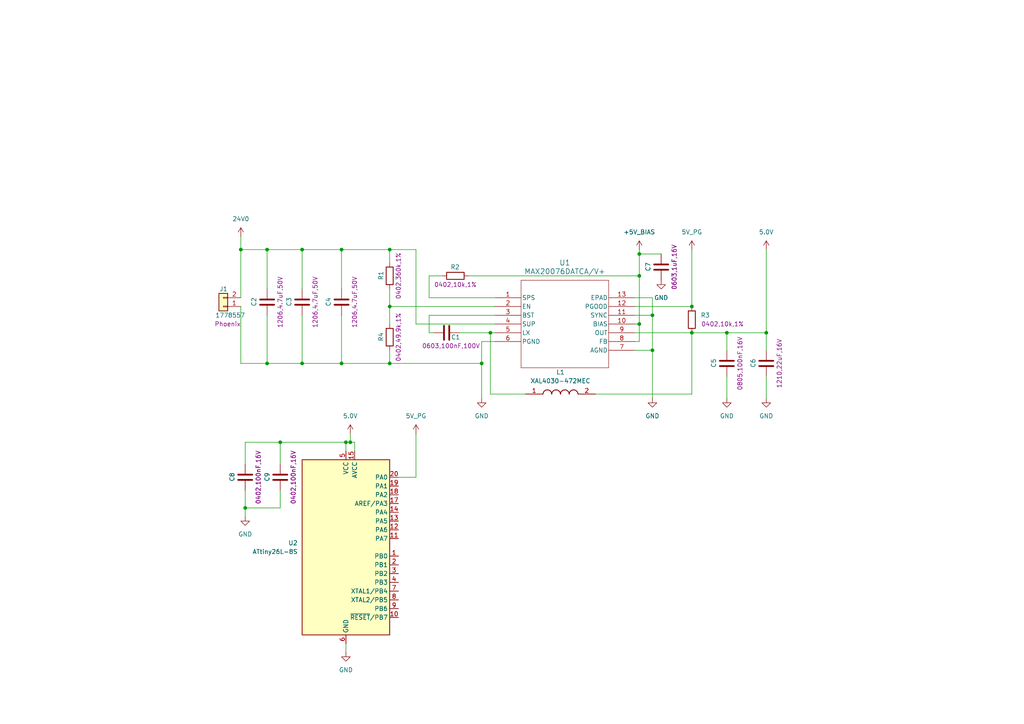
<source format=kicad_sch>
(kicad_sch
	(version 20231120)
	(generator "eeschema")
	(generator_version "8.0")
	(uuid "a8ca20cc-4084-4f0b-9836-de73030dd23f")
	(paper "A4")
	(lib_symbols
		(symbol "Connector_Generic:Conn_01x02"
			(pin_names
				(offset 1.016) hide)
			(exclude_from_sim no)
			(in_bom yes)
			(on_board yes)
			(property "Reference" "J"
				(at 0 2.54 0)
				(effects
					(font
						(size 1.27 1.27)
					)
				)
			)
			(property "Value" "Conn_01x02"
				(at 0 -5.08 0)
				(effects
					(font
						(size 1.27 1.27)
					)
				)
			)
			(property "Footprint" ""
				(at 0 0 0)
				(effects
					(font
						(size 1.27 1.27)
					)
					(hide yes)
				)
			)
			(property "Datasheet" "~"
				(at 0 0 0)
				(effects
					(font
						(size 1.27 1.27)
					)
					(hide yes)
				)
			)
			(property "Description" "Generic connector, single row, 01x02, script generated (kicad-library-utils/schlib/autogen/connector/)"
				(at 0 0 0)
				(effects
					(font
						(size 1.27 1.27)
					)
					(hide yes)
				)
			)
			(property "ki_keywords" "connector"
				(at 0 0 0)
				(effects
					(font
						(size 1.27 1.27)
					)
					(hide yes)
				)
			)
			(property "ki_fp_filters" "Connector*:*_1x??_*"
				(at 0 0 0)
				(effects
					(font
						(size 1.27 1.27)
					)
					(hide yes)
				)
			)
			(symbol "Conn_01x02_1_1"
				(rectangle
					(start -1.27 -2.413)
					(end 0 -2.667)
					(stroke
						(width 0.1524)
						(type default)
					)
					(fill
						(type none)
					)
				)
				(rectangle
					(start -1.27 0.127)
					(end 0 -0.127)
					(stroke
						(width 0.1524)
						(type default)
					)
					(fill
						(type none)
					)
				)
				(rectangle
					(start -1.27 1.27)
					(end 1.27 -3.81)
					(stroke
						(width 0.254)
						(type default)
					)
					(fill
						(type background)
					)
				)
				(pin passive line
					(at -5.08 0 0)
					(length 3.81)
					(name "Pin_1"
						(effects
							(font
								(size 1.27 1.27)
							)
						)
					)
					(number "1"
						(effects
							(font
								(size 1.27 1.27)
							)
						)
					)
				)
				(pin passive line
					(at -5.08 -2.54 0)
					(length 3.81)
					(name "Pin_2"
						(effects
							(font
								(size 1.27 1.27)
							)
						)
					)
					(number "2"
						(effects
							(font
								(size 1.27 1.27)
							)
						)
					)
				)
			)
		)
		(symbol "Device:C"
			(pin_numbers hide)
			(pin_names
				(offset 0.254)
			)
			(exclude_from_sim no)
			(in_bom yes)
			(on_board yes)
			(property "Reference" "C"
				(at 0.635 2.54 0)
				(effects
					(font
						(size 1.27 1.27)
					)
					(justify left)
				)
			)
			(property "Value" "C"
				(at 0.635 -2.54 0)
				(effects
					(font
						(size 1.27 1.27)
					)
					(justify left)
				)
			)
			(property "Footprint" ""
				(at 0.9652 -3.81 0)
				(effects
					(font
						(size 1.27 1.27)
					)
					(hide yes)
				)
			)
			(property "Datasheet" "~"
				(at 0 0 0)
				(effects
					(font
						(size 1.27 1.27)
					)
					(hide yes)
				)
			)
			(property "Description" "Unpolarized capacitor"
				(at 0 0 0)
				(effects
					(font
						(size 1.27 1.27)
					)
					(hide yes)
				)
			)
			(property "ki_keywords" "cap capacitor"
				(at 0 0 0)
				(effects
					(font
						(size 1.27 1.27)
					)
					(hide yes)
				)
			)
			(property "ki_fp_filters" "C_*"
				(at 0 0 0)
				(effects
					(font
						(size 1.27 1.27)
					)
					(hide yes)
				)
			)
			(symbol "C_0_1"
				(polyline
					(pts
						(xy -2.032 -0.762) (xy 2.032 -0.762)
					)
					(stroke
						(width 0.508)
						(type default)
					)
					(fill
						(type none)
					)
				)
				(polyline
					(pts
						(xy -2.032 0.762) (xy 2.032 0.762)
					)
					(stroke
						(width 0.508)
						(type default)
					)
					(fill
						(type none)
					)
				)
			)
			(symbol "C_1_1"
				(pin passive line
					(at 0 3.81 270)
					(length 2.794)
					(name "~"
						(effects
							(font
								(size 1.27 1.27)
							)
						)
					)
					(number "1"
						(effects
							(font
								(size 1.27 1.27)
							)
						)
					)
				)
				(pin passive line
					(at 0 -3.81 90)
					(length 2.794)
					(name "~"
						(effects
							(font
								(size 1.27 1.27)
							)
						)
					)
					(number "2"
						(effects
							(font
								(size 1.27 1.27)
							)
						)
					)
				)
			)
		)
		(symbol "Device:R"
			(pin_numbers hide)
			(pin_names
				(offset 0)
			)
			(exclude_from_sim no)
			(in_bom yes)
			(on_board yes)
			(property "Reference" "R"
				(at 2.032 0 90)
				(effects
					(font
						(size 1.27 1.27)
					)
				)
			)
			(property "Value" "R"
				(at 0 0 90)
				(effects
					(font
						(size 1.27 1.27)
					)
				)
			)
			(property "Footprint" ""
				(at -1.778 0 90)
				(effects
					(font
						(size 1.27 1.27)
					)
					(hide yes)
				)
			)
			(property "Datasheet" "~"
				(at 0 0 0)
				(effects
					(font
						(size 1.27 1.27)
					)
					(hide yes)
				)
			)
			(property "Description" "Resistor"
				(at 0 0 0)
				(effects
					(font
						(size 1.27 1.27)
					)
					(hide yes)
				)
			)
			(property "ki_keywords" "R res resistor"
				(at 0 0 0)
				(effects
					(font
						(size 1.27 1.27)
					)
					(hide yes)
				)
			)
			(property "ki_fp_filters" "R_*"
				(at 0 0 0)
				(effects
					(font
						(size 1.27 1.27)
					)
					(hide yes)
				)
			)
			(symbol "R_0_1"
				(rectangle
					(start -1.016 -2.54)
					(end 1.016 2.54)
					(stroke
						(width 0.254)
						(type default)
					)
					(fill
						(type none)
					)
				)
			)
			(symbol "R_1_1"
				(pin passive line
					(at 0 3.81 270)
					(length 1.27)
					(name "~"
						(effects
							(font
								(size 1.27 1.27)
							)
						)
					)
					(number "1"
						(effects
							(font
								(size 1.27 1.27)
							)
						)
					)
				)
				(pin passive line
					(at 0 -3.81 90)
					(length 1.27)
					(name "~"
						(effects
							(font
								(size 1.27 1.27)
							)
						)
					)
					(number "2"
						(effects
							(font
								(size 1.27 1.27)
							)
						)
					)
				)
			)
		)
		(symbol "MAX20076DATCA/V+:MAX20076DATCA_V+"
			(pin_names
				(offset 0.254)
			)
			(exclude_from_sim no)
			(in_bom yes)
			(on_board yes)
			(property "Reference" "U"
				(at 20.32 10.16 0)
				(effects
					(font
						(size 1.524 1.524)
					)
				)
			)
			(property "Value" "MAX20076DATCA/V+"
				(at 20.32 7.62 0)
				(effects
					(font
						(size 1.524 1.524)
					)
				)
			)
			(property "Footprint" "21-0664E_MXM"
				(at 0 0 0)
				(effects
					(font
						(size 1.27 1.27)
						(italic yes)
					)
					(hide yes)
				)
			)
			(property "Datasheet" "MAX20076DATCA/V+"
				(at 0 0 0)
				(effects
					(font
						(size 1.27 1.27)
						(italic yes)
					)
					(hide yes)
				)
			)
			(property "Description" ""
				(at 0 0 0)
				(effects
					(font
						(size 1.27 1.27)
					)
					(hide yes)
				)
			)
			(property "ki_locked" ""
				(at 0 0 0)
				(effects
					(font
						(size 1.27 1.27)
					)
				)
			)
			(property "ki_keywords" "MAX20076DATCA/V+"
				(at 0 0 0)
				(effects
					(font
						(size 1.27 1.27)
					)
					(hide yes)
				)
			)
			(property "ki_fp_filters" "21-0664E_MXM 21-0664E_MXM-M 21-0664E_MXM-L"
				(at 0 0 0)
				(effects
					(font
						(size 1.27 1.27)
					)
					(hide yes)
				)
			)
			(symbol "MAX20076DATCA_V+_0_1"
				(polyline
					(pts
						(xy 7.62 -20.32) (xy 33.02 -20.32)
					)
					(stroke
						(width 0.127)
						(type default)
					)
					(fill
						(type none)
					)
				)
				(polyline
					(pts
						(xy 7.62 5.08) (xy 7.62 -20.32)
					)
					(stroke
						(width 0.127)
						(type default)
					)
					(fill
						(type none)
					)
				)
				(polyline
					(pts
						(xy 33.02 -20.32) (xy 33.02 5.08)
					)
					(stroke
						(width 0.127)
						(type default)
					)
					(fill
						(type none)
					)
				)
				(polyline
					(pts
						(xy 33.02 5.08) (xy 7.62 5.08)
					)
					(stroke
						(width 0.127)
						(type default)
					)
					(fill
						(type none)
					)
				)
				(pin unspecified line
					(at 0 0 0)
					(length 7.62)
					(name "SPS"
						(effects
							(font
								(size 1.27 1.27)
							)
						)
					)
					(number "1"
						(effects
							(font
								(size 1.27 1.27)
							)
						)
					)
				)
				(pin unspecified line
					(at 40.64 -7.62 180)
					(length 7.62)
					(name "BIAS"
						(effects
							(font
								(size 1.27 1.27)
							)
						)
					)
					(number "10"
						(effects
							(font
								(size 1.27 1.27)
							)
						)
					)
				)
				(pin input line
					(at 40.64 -5.08 180)
					(length 7.62)
					(name "SYNC"
						(effects
							(font
								(size 1.27 1.27)
							)
						)
					)
					(number "11"
						(effects
							(font
								(size 1.27 1.27)
							)
						)
					)
				)
				(pin output line
					(at 40.64 -2.54 180)
					(length 7.62)
					(name "PGOOD"
						(effects
							(font
								(size 1.27 1.27)
							)
						)
					)
					(number "12"
						(effects
							(font
								(size 1.27 1.27)
							)
						)
					)
				)
				(pin power_in line
					(at 40.64 0 180)
					(length 7.62)
					(name "EPAD"
						(effects
							(font
								(size 1.27 1.27)
							)
						)
					)
					(number "13"
						(effects
							(font
								(size 1.27 1.27)
							)
						)
					)
				)
				(pin input line
					(at 0 -2.54 0)
					(length 7.62)
					(name "EN"
						(effects
							(font
								(size 1.27 1.27)
							)
						)
					)
					(number "2"
						(effects
							(font
								(size 1.27 1.27)
							)
						)
					)
				)
				(pin unspecified line
					(at 0 -5.08 0)
					(length 7.62)
					(name "BST"
						(effects
							(font
								(size 1.27 1.27)
							)
						)
					)
					(number "3"
						(effects
							(font
								(size 1.27 1.27)
							)
						)
					)
				)
				(pin input line
					(at 0 -7.62 0)
					(length 7.62)
					(name "SUP"
						(effects
							(font
								(size 1.27 1.27)
							)
						)
					)
					(number "4"
						(effects
							(font
								(size 1.27 1.27)
							)
						)
					)
				)
				(pin unspecified line
					(at 0 -10.16 0)
					(length 7.62)
					(name "LX"
						(effects
							(font
								(size 1.27 1.27)
							)
						)
					)
					(number "5"
						(effects
							(font
								(size 1.27 1.27)
							)
						)
					)
				)
				(pin power_in line
					(at 0 -12.7 0)
					(length 7.62)
					(name "PGND"
						(effects
							(font
								(size 1.27 1.27)
							)
						)
					)
					(number "6"
						(effects
							(font
								(size 1.27 1.27)
							)
						)
					)
				)
				(pin power_in line
					(at 40.64 -15.24 180)
					(length 7.62)
					(name "AGND"
						(effects
							(font
								(size 1.27 1.27)
							)
						)
					)
					(number "7"
						(effects
							(font
								(size 1.27 1.27)
							)
						)
					)
				)
				(pin unspecified line
					(at 40.64 -12.7 180)
					(length 7.62)
					(name "FB"
						(effects
							(font
								(size 1.27 1.27)
							)
						)
					)
					(number "8"
						(effects
							(font
								(size 1.27 1.27)
							)
						)
					)
				)
				(pin output line
					(at 40.64 -10.16 180)
					(length 7.62)
					(name "OUT"
						(effects
							(font
								(size 1.27 1.27)
							)
						)
					)
					(number "9"
						(effects
							(font
								(size 1.27 1.27)
							)
						)
					)
				)
			)
		)
		(symbol "MCU_Microchip_ATtiny:ATtiny26L-8S"
			(exclude_from_sim no)
			(in_bom yes)
			(on_board yes)
			(property "Reference" "U"
				(at -12.7 26.67 0)
				(effects
					(font
						(size 1.27 1.27)
					)
					(justify left bottom)
				)
			)
			(property "Value" "ATtiny26L-8S"
				(at 2.54 -26.67 0)
				(effects
					(font
						(size 1.27 1.27)
					)
					(justify left top)
				)
			)
			(property "Footprint" "Package_SO:SOIC-20W_7.5x12.8mm_P1.27mm"
				(at 0 0 0)
				(effects
					(font
						(size 1.27 1.27)
						(italic yes)
					)
					(hide yes)
				)
			)
			(property "Datasheet" "http://ww1.microchip.com/downloads/en/DeviceDoc/doc1477.pdf"
				(at 0 0 0)
				(effects
					(font
						(size 1.27 1.27)
					)
					(hide yes)
				)
			)
			(property "Description" "8MHz, 2kB Flash, 128B SRAM, 128B EEPROM, SOIC-20"
				(at 0 0 0)
				(effects
					(font
						(size 1.27 1.27)
					)
					(hide yes)
				)
			)
			(property "ki_keywords" "AVR 8bit Microcontroller tinyAVR"
				(at 0 0 0)
				(effects
					(font
						(size 1.27 1.27)
					)
					(hide yes)
				)
			)
			(property "ki_fp_filters" "SOIC*7.5x12.8mm*P1.27mm*"
				(at 0 0 0)
				(effects
					(font
						(size 1.27 1.27)
					)
					(hide yes)
				)
			)
			(symbol "ATtiny26L-8S_0_1"
				(rectangle
					(start -12.7 -25.4)
					(end 12.7 25.4)
					(stroke
						(width 0.254)
						(type default)
					)
					(fill
						(type background)
					)
				)
			)
			(symbol "ATtiny26L-8S_1_1"
				(pin bidirectional line
					(at 15.24 -2.54 180)
					(length 2.54)
					(name "PB0"
						(effects
							(font
								(size 1.27 1.27)
							)
						)
					)
					(number "1"
						(effects
							(font
								(size 1.27 1.27)
							)
						)
					)
				)
				(pin bidirectional line
					(at 15.24 -20.32 180)
					(length 2.54)
					(name "~{RESET}/PB7"
						(effects
							(font
								(size 1.27 1.27)
							)
						)
					)
					(number "10"
						(effects
							(font
								(size 1.27 1.27)
							)
						)
					)
				)
				(pin bidirectional line
					(at 15.24 2.54 180)
					(length 2.54)
					(name "PA7"
						(effects
							(font
								(size 1.27 1.27)
							)
						)
					)
					(number "11"
						(effects
							(font
								(size 1.27 1.27)
							)
						)
					)
				)
				(pin bidirectional line
					(at 15.24 5.08 180)
					(length 2.54)
					(name "PA6"
						(effects
							(font
								(size 1.27 1.27)
							)
						)
					)
					(number "12"
						(effects
							(font
								(size 1.27 1.27)
							)
						)
					)
				)
				(pin bidirectional line
					(at 15.24 7.62 180)
					(length 2.54)
					(name "PA5"
						(effects
							(font
								(size 1.27 1.27)
							)
						)
					)
					(number "13"
						(effects
							(font
								(size 1.27 1.27)
							)
						)
					)
				)
				(pin bidirectional line
					(at 15.24 10.16 180)
					(length 2.54)
					(name "PA4"
						(effects
							(font
								(size 1.27 1.27)
							)
						)
					)
					(number "14"
						(effects
							(font
								(size 1.27 1.27)
							)
						)
					)
				)
				(pin power_in line
					(at 2.54 27.94 270)
					(length 2.54)
					(name "AVCC"
						(effects
							(font
								(size 1.27 1.27)
							)
						)
					)
					(number "15"
						(effects
							(font
								(size 1.27 1.27)
							)
						)
					)
				)
				(pin passive line
					(at 0 -27.94 90)
					(length 2.54) hide
					(name "GND"
						(effects
							(font
								(size 1.27 1.27)
							)
						)
					)
					(number "16"
						(effects
							(font
								(size 1.27 1.27)
							)
						)
					)
				)
				(pin bidirectional line
					(at 15.24 12.7 180)
					(length 2.54)
					(name "AREF/PA3"
						(effects
							(font
								(size 1.27 1.27)
							)
						)
					)
					(number "17"
						(effects
							(font
								(size 1.27 1.27)
							)
						)
					)
				)
				(pin bidirectional line
					(at 15.24 15.24 180)
					(length 2.54)
					(name "PA2"
						(effects
							(font
								(size 1.27 1.27)
							)
						)
					)
					(number "18"
						(effects
							(font
								(size 1.27 1.27)
							)
						)
					)
				)
				(pin bidirectional line
					(at 15.24 17.78 180)
					(length 2.54)
					(name "PA1"
						(effects
							(font
								(size 1.27 1.27)
							)
						)
					)
					(number "19"
						(effects
							(font
								(size 1.27 1.27)
							)
						)
					)
				)
				(pin bidirectional line
					(at 15.24 -5.08 180)
					(length 2.54)
					(name "PB1"
						(effects
							(font
								(size 1.27 1.27)
							)
						)
					)
					(number "2"
						(effects
							(font
								(size 1.27 1.27)
							)
						)
					)
				)
				(pin bidirectional line
					(at 15.24 20.32 180)
					(length 2.54)
					(name "PA0"
						(effects
							(font
								(size 1.27 1.27)
							)
						)
					)
					(number "20"
						(effects
							(font
								(size 1.27 1.27)
							)
						)
					)
				)
				(pin bidirectional line
					(at 15.24 -7.62 180)
					(length 2.54)
					(name "PB2"
						(effects
							(font
								(size 1.27 1.27)
							)
						)
					)
					(number "3"
						(effects
							(font
								(size 1.27 1.27)
							)
						)
					)
				)
				(pin bidirectional line
					(at 15.24 -10.16 180)
					(length 2.54)
					(name "PB3"
						(effects
							(font
								(size 1.27 1.27)
							)
						)
					)
					(number "4"
						(effects
							(font
								(size 1.27 1.27)
							)
						)
					)
				)
				(pin power_in line
					(at 0 27.94 270)
					(length 2.54)
					(name "VCC"
						(effects
							(font
								(size 1.27 1.27)
							)
						)
					)
					(number "5"
						(effects
							(font
								(size 1.27 1.27)
							)
						)
					)
				)
				(pin power_in line
					(at 0 -27.94 90)
					(length 2.54)
					(name "GND"
						(effects
							(font
								(size 1.27 1.27)
							)
						)
					)
					(number "6"
						(effects
							(font
								(size 1.27 1.27)
							)
						)
					)
				)
				(pin bidirectional line
					(at 15.24 -12.7 180)
					(length 2.54)
					(name "XTAL1/PB4"
						(effects
							(font
								(size 1.27 1.27)
							)
						)
					)
					(number "7"
						(effects
							(font
								(size 1.27 1.27)
							)
						)
					)
				)
				(pin bidirectional line
					(at 15.24 -15.24 180)
					(length 2.54)
					(name "XTAL2/PB5"
						(effects
							(font
								(size 1.27 1.27)
							)
						)
					)
					(number "8"
						(effects
							(font
								(size 1.27 1.27)
							)
						)
					)
				)
				(pin bidirectional line
					(at 15.24 -17.78 180)
					(length 2.54)
					(name "PB6"
						(effects
							(font
								(size 1.27 1.27)
							)
						)
					)
					(number "9"
						(effects
							(font
								(size 1.27 1.27)
							)
						)
					)
				)
			)
		)
		(symbol "XAL4030-472MEC:XAL4030-472MEC"
			(pin_names hide)
			(exclude_from_sim no)
			(in_bom yes)
			(on_board yes)
			(property "Reference" "L"
				(at 16.51 6.35 0)
				(effects
					(font
						(size 1.27 1.27)
					)
					(justify left top)
				)
			)
			(property "Value" "XAL4030-472MEC"
				(at 16.51 3.81 0)
				(effects
					(font
						(size 1.27 1.27)
					)
					(justify left top)
				)
			)
			(property "Footprint" "XAL4030472MEC"
				(at 16.51 -96.19 0)
				(effects
					(font
						(size 1.27 1.27)
					)
					(justify left top)
					(hide yes)
				)
			)
			(property "Datasheet" ""
				(at 16.51 -196.19 0)
				(effects
					(font
						(size 1.27 1.27)
					)
					(justify left top)
					(hide yes)
				)
			)
			(property "Description" "Fixed Inductors 4.7uH 20% 5.1A 44.1mOhms AEC-Q200"
				(at 0 0 0)
				(effects
					(font
						(size 1.27 1.27)
					)
					(hide yes)
				)
			)
			(property "Height" "3.1"
				(at 16.51 -396.19 0)
				(effects
					(font
						(size 1.27 1.27)
					)
					(justify left top)
					(hide yes)
				)
			)
			(property "Mouser Part Number" "994-XAL4030-472MEC"
				(at 16.51 -496.19 0)
				(effects
					(font
						(size 1.27 1.27)
					)
					(justify left top)
					(hide yes)
				)
			)
			(property "Mouser Price/Stock" "https://www.mouser.co.uk/ProductDetail/Coilcraft/XAL4030-472MEC?qs=zCSbvcPd3pZOjkLG9RPHEg%3D%3D"
				(at 16.51 -596.19 0)
				(effects
					(font
						(size 1.27 1.27)
					)
					(justify left top)
					(hide yes)
				)
			)
			(property "Manufacturer_Name" "COILCRAFT"
				(at 16.51 -696.19 0)
				(effects
					(font
						(size 1.27 1.27)
					)
					(justify left top)
					(hide yes)
				)
			)
			(property "Manufacturer_Part_Number" "XAL4030-472MEC"
				(at 16.51 -796.19 0)
				(effects
					(font
						(size 1.27 1.27)
					)
					(justify left top)
					(hide yes)
				)
			)
			(symbol "XAL4030-472MEC_1_1"
				(arc
					(start 7.62 0)
					(mid 6.35 1.219)
					(end 5.08 0)
					(stroke
						(width 0.254)
						(type default)
					)
					(fill
						(type none)
					)
				)
				(arc
					(start 10.16 0)
					(mid 8.89 1.219)
					(end 7.62 0)
					(stroke
						(width 0.254)
						(type default)
					)
					(fill
						(type none)
					)
				)
				(arc
					(start 12.7 0)
					(mid 11.43 1.219)
					(end 10.16 0)
					(stroke
						(width 0.254)
						(type default)
					)
					(fill
						(type none)
					)
				)
				(arc
					(start 15.24 0)
					(mid 13.97 1.219)
					(end 12.7 0)
					(stroke
						(width 0.254)
						(type default)
					)
					(fill
						(type none)
					)
				)
				(pin passive line
					(at 0 0 0)
					(length 5.08)
					(name "1"
						(effects
							(font
								(size 1.27 1.27)
							)
						)
					)
					(number "1"
						(effects
							(font
								(size 1.27 1.27)
							)
						)
					)
				)
				(pin passive line
					(at 20.32 0 180)
					(length 5.08)
					(name "2"
						(effects
							(font
								(size 1.27 1.27)
							)
						)
					)
					(number "2"
						(effects
							(font
								(size 1.27 1.27)
							)
						)
					)
				)
			)
		)
		(symbol "power:+15V"
			(power)
			(pin_numbers hide)
			(pin_names
				(offset 0) hide)
			(exclude_from_sim no)
			(in_bom yes)
			(on_board yes)
			(property "Reference" "#PWR"
				(at 0 -3.81 0)
				(effects
					(font
						(size 1.27 1.27)
					)
					(hide yes)
				)
			)
			(property "Value" "+15V"
				(at 0 3.556 0)
				(effects
					(font
						(size 1.27 1.27)
					)
				)
			)
			(property "Footprint" ""
				(at 0 0 0)
				(effects
					(font
						(size 1.27 1.27)
					)
					(hide yes)
				)
			)
			(property "Datasheet" ""
				(at 0 0 0)
				(effects
					(font
						(size 1.27 1.27)
					)
					(hide yes)
				)
			)
			(property "Description" "Power symbol creates a global label with name \"+15V\""
				(at 0 0 0)
				(effects
					(font
						(size 1.27 1.27)
					)
					(hide yes)
				)
			)
			(property "ki_keywords" "global power"
				(at 0 0 0)
				(effects
					(font
						(size 1.27 1.27)
					)
					(hide yes)
				)
			)
			(symbol "+15V_0_1"
				(polyline
					(pts
						(xy -0.762 1.27) (xy 0 2.54)
					)
					(stroke
						(width 0)
						(type default)
					)
					(fill
						(type none)
					)
				)
				(polyline
					(pts
						(xy 0 0) (xy 0 2.54)
					)
					(stroke
						(width 0)
						(type default)
					)
					(fill
						(type none)
					)
				)
				(polyline
					(pts
						(xy 0 2.54) (xy 0.762 1.27)
					)
					(stroke
						(width 0)
						(type default)
					)
					(fill
						(type none)
					)
				)
			)
			(symbol "+15V_1_1"
				(pin power_in line
					(at 0 0 90)
					(length 0)
					(name "~"
						(effects
							(font
								(size 1.27 1.27)
							)
						)
					)
					(number "1"
						(effects
							(font
								(size 1.27 1.27)
							)
						)
					)
				)
			)
		)
		(symbol "power:+5V"
			(power)
			(pin_numbers hide)
			(pin_names
				(offset 0) hide)
			(exclude_from_sim no)
			(in_bom yes)
			(on_board yes)
			(property "Reference" "#PWR"
				(at 0 -3.81 0)
				(effects
					(font
						(size 1.27 1.27)
					)
					(hide yes)
				)
			)
			(property "Value" "+5V"
				(at 0 3.556 0)
				(effects
					(font
						(size 1.27 1.27)
					)
				)
			)
			(property "Footprint" ""
				(at 0 0 0)
				(effects
					(font
						(size 1.27 1.27)
					)
					(hide yes)
				)
			)
			(property "Datasheet" ""
				(at 0 0 0)
				(effects
					(font
						(size 1.27 1.27)
					)
					(hide yes)
				)
			)
			(property "Description" "Power symbol creates a global label with name \"+5V\""
				(at 0 0 0)
				(effects
					(font
						(size 1.27 1.27)
					)
					(hide yes)
				)
			)
			(property "ki_keywords" "global power"
				(at 0 0 0)
				(effects
					(font
						(size 1.27 1.27)
					)
					(hide yes)
				)
			)
			(symbol "+5V_0_1"
				(polyline
					(pts
						(xy -0.762 1.27) (xy 0 2.54)
					)
					(stroke
						(width 0)
						(type default)
					)
					(fill
						(type none)
					)
				)
				(polyline
					(pts
						(xy 0 0) (xy 0 2.54)
					)
					(stroke
						(width 0)
						(type default)
					)
					(fill
						(type none)
					)
				)
				(polyline
					(pts
						(xy 0 2.54) (xy 0.762 1.27)
					)
					(stroke
						(width 0)
						(type default)
					)
					(fill
						(type none)
					)
				)
			)
			(symbol "+5V_1_1"
				(pin power_in line
					(at 0 0 90)
					(length 0)
					(name "~"
						(effects
							(font
								(size 1.27 1.27)
							)
						)
					)
					(number "1"
						(effects
							(font
								(size 1.27 1.27)
							)
						)
					)
				)
			)
		)
		(symbol "power:+5VL"
			(power)
			(pin_numbers hide)
			(pin_names
				(offset 0) hide)
			(exclude_from_sim no)
			(in_bom yes)
			(on_board yes)
			(property "Reference" "#PWR"
				(at 0 -3.81 0)
				(effects
					(font
						(size 1.27 1.27)
					)
					(hide yes)
				)
			)
			(property "Value" "+5VL"
				(at 0 3.556 0)
				(effects
					(font
						(size 1.27 1.27)
					)
				)
			)
			(property "Footprint" ""
				(at 0 0 0)
				(effects
					(font
						(size 1.27 1.27)
					)
					(hide yes)
				)
			)
			(property "Datasheet" ""
				(at 0 0 0)
				(effects
					(font
						(size 1.27 1.27)
					)
					(hide yes)
				)
			)
			(property "Description" "Power symbol creates a global label with name \"+5VL\""
				(at 0 0 0)
				(effects
					(font
						(size 1.27 1.27)
					)
					(hide yes)
				)
			)
			(property "ki_keywords" "global power"
				(at 0 0 0)
				(effects
					(font
						(size 1.27 1.27)
					)
					(hide yes)
				)
			)
			(symbol "+5VL_0_1"
				(polyline
					(pts
						(xy -0.762 1.27) (xy 0 2.54)
					)
					(stroke
						(width 0)
						(type default)
					)
					(fill
						(type none)
					)
				)
				(polyline
					(pts
						(xy 0 0) (xy 0 2.54)
					)
					(stroke
						(width 0)
						(type default)
					)
					(fill
						(type none)
					)
				)
				(polyline
					(pts
						(xy 0 2.54) (xy 0.762 1.27)
					)
					(stroke
						(width 0)
						(type default)
					)
					(fill
						(type none)
					)
				)
			)
			(symbol "+5VL_1_1"
				(pin power_in line
					(at 0 0 90)
					(length 0)
					(name "~"
						(effects
							(font
								(size 1.27 1.27)
							)
						)
					)
					(number "1"
						(effects
							(font
								(size 1.27 1.27)
							)
						)
					)
				)
			)
		)
		(symbol "power:+5VP"
			(power)
			(pin_numbers hide)
			(pin_names
				(offset 0) hide)
			(exclude_from_sim no)
			(in_bom yes)
			(on_board yes)
			(property "Reference" "#PWR"
				(at 0 -3.81 0)
				(effects
					(font
						(size 1.27 1.27)
					)
					(hide yes)
				)
			)
			(property "Value" "+5VP"
				(at 0 3.556 0)
				(effects
					(font
						(size 1.27 1.27)
					)
				)
			)
			(property "Footprint" ""
				(at 0 0 0)
				(effects
					(font
						(size 1.27 1.27)
					)
					(hide yes)
				)
			)
			(property "Datasheet" ""
				(at 0 0 0)
				(effects
					(font
						(size 1.27 1.27)
					)
					(hide yes)
				)
			)
			(property "Description" "Power symbol creates a global label with name \"+5VP\""
				(at 0 0 0)
				(effects
					(font
						(size 1.27 1.27)
					)
					(hide yes)
				)
			)
			(property "ki_keywords" "global power"
				(at 0 0 0)
				(effects
					(font
						(size 1.27 1.27)
					)
					(hide yes)
				)
			)
			(symbol "+5VP_0_1"
				(polyline
					(pts
						(xy -0.762 1.27) (xy 0 2.54)
					)
					(stroke
						(width 0)
						(type default)
					)
					(fill
						(type none)
					)
				)
				(polyline
					(pts
						(xy 0 0) (xy 0 2.54)
					)
					(stroke
						(width 0)
						(type default)
					)
					(fill
						(type none)
					)
				)
				(polyline
					(pts
						(xy 0 2.54) (xy 0.762 1.27)
					)
					(stroke
						(width 0)
						(type default)
					)
					(fill
						(type none)
					)
				)
			)
			(symbol "+5VP_1_1"
				(pin power_in line
					(at 0 0 90)
					(length 0)
					(name "~"
						(effects
							(font
								(size 1.27 1.27)
							)
						)
					)
					(number "1"
						(effects
							(font
								(size 1.27 1.27)
							)
						)
					)
				)
			)
		)
		(symbol "power:GND"
			(power)
			(pin_numbers hide)
			(pin_names
				(offset 0) hide)
			(exclude_from_sim no)
			(in_bom yes)
			(on_board yes)
			(property "Reference" "#PWR"
				(at 0 -6.35 0)
				(effects
					(font
						(size 1.27 1.27)
					)
					(hide yes)
				)
			)
			(property "Value" "GND"
				(at 0 -3.81 0)
				(effects
					(font
						(size 1.27 1.27)
					)
				)
			)
			(property "Footprint" ""
				(at 0 0 0)
				(effects
					(font
						(size 1.27 1.27)
					)
					(hide yes)
				)
			)
			(property "Datasheet" ""
				(at 0 0 0)
				(effects
					(font
						(size 1.27 1.27)
					)
					(hide yes)
				)
			)
			(property "Description" "Power symbol creates a global label with name \"GND\" , ground"
				(at 0 0 0)
				(effects
					(font
						(size 1.27 1.27)
					)
					(hide yes)
				)
			)
			(property "ki_keywords" "global power"
				(at 0 0 0)
				(effects
					(font
						(size 1.27 1.27)
					)
					(hide yes)
				)
			)
			(symbol "GND_0_1"
				(polyline
					(pts
						(xy 0 0) (xy 0 -1.27) (xy 1.27 -1.27) (xy 0 -2.54) (xy -1.27 -1.27) (xy 0 -1.27)
					)
					(stroke
						(width 0)
						(type default)
					)
					(fill
						(type none)
					)
				)
			)
			(symbol "GND_1_1"
				(pin power_in line
					(at 0 0 270)
					(length 0)
					(name "~"
						(effects
							(font
								(size 1.27 1.27)
							)
						)
					)
					(number "1"
						(effects
							(font
								(size 1.27 1.27)
							)
						)
					)
				)
			)
		)
	)
	(junction
		(at 189.23 101.6)
		(diameter 0)
		(color 0 0 0 0)
		(uuid "085ee4f0-b2bb-4666-afb7-2f4708fe67f3")
	)
	(junction
		(at 113.03 105.41)
		(diameter 0)
		(color 0 0 0 0)
		(uuid "15d8a86c-edcb-4542-91f4-ae32f0c0e769")
	)
	(junction
		(at 77.47 105.41)
		(diameter 0)
		(color 0 0 0 0)
		(uuid "1eaf72ed-8dc3-4d3c-ae00-13fee2f99d14")
	)
	(junction
		(at 81.28 128.27)
		(diameter 0)
		(color 0 0 0 0)
		(uuid "1fa28815-9e53-43b1-946b-794d156671f4")
	)
	(junction
		(at 100.33 128.27)
		(diameter 0)
		(color 0 0 0 0)
		(uuid "39a1a321-bc8b-4f43-a9c2-05e709d09b11")
	)
	(junction
		(at 142.24 96.52)
		(diameter 0)
		(color 0 0 0 0)
		(uuid "3a8541da-6a66-4526-9bfe-ef9f0dbc9b45")
	)
	(junction
		(at 99.06 105.41)
		(diameter 0)
		(color 0 0 0 0)
		(uuid "4027be87-e5c3-4637-bc47-1f720fdd402a")
	)
	(junction
		(at 185.42 73.66)
		(diameter 0)
		(color 0 0 0 0)
		(uuid "404595b9-f083-4775-bfdd-8b4c94f9f2e8")
	)
	(junction
		(at 87.63 72.39)
		(diameter 0)
		(color 0 0 0 0)
		(uuid "4f146fb1-3a1f-49a6-8d3e-aae36e80167b")
	)
	(junction
		(at 69.85 72.39)
		(diameter 0)
		(color 0 0 0 0)
		(uuid "4f3ef08f-4bf8-4f08-bc98-13a80e637e1c")
	)
	(junction
		(at 77.47 72.39)
		(diameter 0)
		(color 0 0 0 0)
		(uuid "70dadf22-0a5f-4613-97ed-854340517fbf")
	)
	(junction
		(at 210.82 96.52)
		(diameter 0)
		(color 0 0 0 0)
		(uuid "7e5432d8-fbe8-4cfe-94f4-8fb95e05e854")
	)
	(junction
		(at 113.03 72.39)
		(diameter 0)
		(color 0 0 0 0)
		(uuid "825a6f29-103d-4ccf-bbed-fef400c954cf")
	)
	(junction
		(at 222.25 96.52)
		(diameter 0)
		(color 0 0 0 0)
		(uuid "95b120e6-569f-482f-8639-c7823eb86458")
	)
	(junction
		(at 113.03 88.9)
		(diameter 0)
		(color 0 0 0 0)
		(uuid "a41b224b-9fd8-470b-8908-df782c04d7fa")
	)
	(junction
		(at 200.66 96.52)
		(diameter 0)
		(color 0 0 0 0)
		(uuid "b193b975-8d75-41b2-9257-6e239afe8dbc")
	)
	(junction
		(at 185.42 93.98)
		(diameter 0)
		(color 0 0 0 0)
		(uuid "b2f94bea-04aa-45c6-adf0-364e10b4c266")
	)
	(junction
		(at 71.12 147.32)
		(diameter 0)
		(color 0 0 0 0)
		(uuid "b926d4ac-eeaa-41db-9ceb-2b5ddb554737")
	)
	(junction
		(at 189.23 91.44)
		(diameter 0)
		(color 0 0 0 0)
		(uuid "c4f09ddb-c47e-4474-88de-a9a36e6e098d")
	)
	(junction
		(at 99.06 72.39)
		(diameter 0)
		(color 0 0 0 0)
		(uuid "d2b9f706-e100-45e8-9f56-181a8e03dac2")
	)
	(junction
		(at 185.42 80.01)
		(diameter 0)
		(color 0 0 0 0)
		(uuid "e709ad0c-2818-43bf-8711-169c7a10822a")
	)
	(junction
		(at 87.63 105.41)
		(diameter 0)
		(color 0 0 0 0)
		(uuid "eb0576e0-ee2a-4950-8b0f-7c33e8fb0739")
	)
	(junction
		(at 139.7 105.41)
		(diameter 0)
		(color 0 0 0 0)
		(uuid "ed3dae63-afa4-43f0-88b9-87f61765facc")
	)
	(junction
		(at 101.6 128.27)
		(diameter 0)
		(color 0 0 0 0)
		(uuid "ef332fe7-f431-463b-90ec-82410b844043")
	)
	(junction
		(at 200.66 88.9)
		(diameter 0)
		(color 0 0 0 0)
		(uuid "f55982ea-30f3-47f1-a137-cedd3f1fc1cd")
	)
	(wire
		(pts
			(xy 120.65 72.39) (xy 120.65 93.98)
		)
		(stroke
			(width 0)
			(type default)
		)
		(uuid "0620a354-aefb-4154-9be1-19f7538bdfa7")
	)
	(wire
		(pts
			(xy 184.15 99.06) (xy 185.42 99.06)
		)
		(stroke
			(width 0)
			(type default)
		)
		(uuid "0bb0cac2-1afa-49ad-a998-a8b59a1efb5a")
	)
	(wire
		(pts
			(xy 69.85 88.9) (xy 69.85 105.41)
		)
		(stroke
			(width 0)
			(type default)
		)
		(uuid "1063fb6d-efa7-4b49-a7c2-c62bf45a2d96")
	)
	(wire
		(pts
			(xy 185.42 73.66) (xy 185.42 80.01)
		)
		(stroke
			(width 0)
			(type default)
		)
		(uuid "16366fb5-d9a0-4797-b02d-bccf83486afe")
	)
	(wire
		(pts
			(xy 99.06 83.82) (xy 99.06 72.39)
		)
		(stroke
			(width 0)
			(type default)
		)
		(uuid "16400add-7dbf-4fa0-b1be-eb0a81eeed59")
	)
	(wire
		(pts
			(xy 69.85 86.36) (xy 69.85 72.39)
		)
		(stroke
			(width 0)
			(type default)
		)
		(uuid "1666e964-f83f-46e3-b33c-09550867b3b9")
	)
	(wire
		(pts
			(xy 100.33 186.69) (xy 100.33 189.23)
		)
		(stroke
			(width 0)
			(type default)
		)
		(uuid "167daac8-8848-465f-bf18-a4047c677a23")
	)
	(wire
		(pts
			(xy 99.06 105.41) (xy 113.03 105.41)
		)
		(stroke
			(width 0)
			(type default)
		)
		(uuid "18b1a44c-6a52-4c71-bc20-4d8a3b7de9ee")
	)
	(wire
		(pts
			(xy 200.66 72.39) (xy 200.66 88.9)
		)
		(stroke
			(width 0)
			(type default)
		)
		(uuid "2505f64a-5c36-4019-b4cb-ce8e8ac5092c")
	)
	(wire
		(pts
			(xy 184.15 86.36) (xy 189.23 86.36)
		)
		(stroke
			(width 0)
			(type default)
		)
		(uuid "274a04d7-86ee-4850-a54d-04c2614724a5")
	)
	(wire
		(pts
			(xy 124.46 96.52) (xy 125.73 96.52)
		)
		(stroke
			(width 0)
			(type default)
		)
		(uuid "28001cdd-974b-4e51-8f53-75d8709e94cd")
	)
	(wire
		(pts
			(xy 99.06 72.39) (xy 113.03 72.39)
		)
		(stroke
			(width 0)
			(type default)
		)
		(uuid "285b7baa-42d9-4de7-aee2-1674d858727d")
	)
	(wire
		(pts
			(xy 71.12 147.32) (xy 71.12 149.86)
		)
		(stroke
			(width 0)
			(type default)
		)
		(uuid "2cbd6925-7036-4acd-a12c-f237fa22d80a")
	)
	(wire
		(pts
			(xy 135.89 80.01) (xy 185.42 80.01)
		)
		(stroke
			(width 0)
			(type default)
		)
		(uuid "307dfcdc-6b17-4c15-b29b-3bd9e30592a1")
	)
	(wire
		(pts
			(xy 210.82 109.22) (xy 210.82 115.57)
		)
		(stroke
			(width 0)
			(type default)
		)
		(uuid "30b8116d-ed18-4bc7-83e6-c11651ffcfbe")
	)
	(wire
		(pts
			(xy 71.12 134.62) (xy 71.12 128.27)
		)
		(stroke
			(width 0)
			(type default)
		)
		(uuid "31d945a0-207e-4ce5-a2f2-0f8847717a82")
	)
	(wire
		(pts
			(xy 185.42 73.66) (xy 191.77 73.66)
		)
		(stroke
			(width 0)
			(type default)
		)
		(uuid "362f69d5-21b1-43bd-a7fe-9a4d931393b8")
	)
	(wire
		(pts
			(xy 152.4 114.3) (xy 142.24 114.3)
		)
		(stroke
			(width 0)
			(type default)
		)
		(uuid "40b4e446-baa3-41c3-a969-2859b2ee9d58")
	)
	(wire
		(pts
			(xy 143.51 91.44) (xy 124.46 91.44)
		)
		(stroke
			(width 0)
			(type default)
		)
		(uuid "4bf28bb9-ada6-48d7-8290-1e0d314bc0cf")
	)
	(wire
		(pts
			(xy 200.66 96.52) (xy 210.82 96.52)
		)
		(stroke
			(width 0)
			(type default)
		)
		(uuid "4ccf9020-364a-4c81-846c-bfd3f5ca2709")
	)
	(wire
		(pts
			(xy 113.03 72.39) (xy 120.65 72.39)
		)
		(stroke
			(width 0)
			(type default)
		)
		(uuid "53a4761e-8f9f-442d-aed3-04ae5111d7de")
	)
	(wire
		(pts
			(xy 124.46 80.01) (xy 124.46 86.36)
		)
		(stroke
			(width 0)
			(type default)
		)
		(uuid "53f7dfe6-904b-47bb-997b-1ec7b3f3d875")
	)
	(wire
		(pts
			(xy 77.47 83.82) (xy 77.47 72.39)
		)
		(stroke
			(width 0)
			(type default)
		)
		(uuid "558fc03b-e511-46a2-a144-53d3d6f912c8")
	)
	(wire
		(pts
			(xy 113.03 105.41) (xy 139.7 105.41)
		)
		(stroke
			(width 0)
			(type default)
		)
		(uuid "5b06b078-8d41-47d4-ba9d-6955c75737d6")
	)
	(wire
		(pts
			(xy 113.03 88.9) (xy 113.03 93.98)
		)
		(stroke
			(width 0)
			(type default)
		)
		(uuid "61916d5a-4f2a-4ca4-8793-e4971f5c7c46")
	)
	(wire
		(pts
			(xy 87.63 105.41) (xy 99.06 105.41)
		)
		(stroke
			(width 0)
			(type default)
		)
		(uuid "62f535ca-389c-443f-8ce7-060a391959b1")
	)
	(wire
		(pts
			(xy 139.7 105.41) (xy 139.7 115.57)
		)
		(stroke
			(width 0)
			(type default)
		)
		(uuid "63065de1-967c-464d-8aab-4296aee36c85")
	)
	(wire
		(pts
			(xy 184.15 93.98) (xy 185.42 93.98)
		)
		(stroke
			(width 0)
			(type default)
		)
		(uuid "6c2810ce-cf17-48d1-a2ed-cd5607292449")
	)
	(wire
		(pts
			(xy 99.06 91.44) (xy 99.06 105.41)
		)
		(stroke
			(width 0)
			(type default)
		)
		(uuid "6d6581be-9ea4-47c7-820a-f9fdee3eb38a")
	)
	(wire
		(pts
			(xy 113.03 83.82) (xy 113.03 88.9)
		)
		(stroke
			(width 0)
			(type default)
		)
		(uuid "73957929-6407-444b-8ae2-944a0e659070")
	)
	(wire
		(pts
			(xy 172.72 114.3) (xy 200.66 114.3)
		)
		(stroke
			(width 0)
			(type default)
		)
		(uuid "78685fbf-7b0a-483e-b110-6cf365f174ad")
	)
	(wire
		(pts
			(xy 185.42 93.98) (xy 185.42 99.06)
		)
		(stroke
			(width 0)
			(type default)
		)
		(uuid "78e665a2-5d59-4ae2-963c-a6bf9c327065")
	)
	(wire
		(pts
			(xy 100.33 130.81) (xy 100.33 128.27)
		)
		(stroke
			(width 0)
			(type default)
		)
		(uuid "79c261e3-1e36-4e00-b921-61420307a889")
	)
	(wire
		(pts
			(xy 143.51 99.06) (xy 139.7 99.06)
		)
		(stroke
			(width 0)
			(type default)
		)
		(uuid "79dc287b-c562-4356-bc3c-3d442c45d587")
	)
	(wire
		(pts
			(xy 102.87 128.27) (xy 102.87 130.81)
		)
		(stroke
			(width 0)
			(type default)
		)
		(uuid "83cb83a9-e7d4-49b6-8510-b76a85d23659")
	)
	(wire
		(pts
			(xy 222.25 101.6) (xy 222.25 96.52)
		)
		(stroke
			(width 0)
			(type default)
		)
		(uuid "84c86f00-b938-4878-961f-9d9b7b6419d7")
	)
	(wire
		(pts
			(xy 113.03 88.9) (xy 143.51 88.9)
		)
		(stroke
			(width 0)
			(type default)
		)
		(uuid "8c6783fe-a9e0-4f2c-9700-23cfdda5a1bb")
	)
	(wire
		(pts
			(xy 120.65 138.43) (xy 115.57 138.43)
		)
		(stroke
			(width 0)
			(type default)
		)
		(uuid "8dcd6132-d0ad-4d53-8213-74a94025244d")
	)
	(wire
		(pts
			(xy 222.25 72.39) (xy 222.25 96.52)
		)
		(stroke
			(width 0)
			(type default)
		)
		(uuid "93e0a43e-7a3b-4805-b8f6-8789ba2b14f2")
	)
	(wire
		(pts
			(xy 189.23 101.6) (xy 189.23 115.57)
		)
		(stroke
			(width 0)
			(type default)
		)
		(uuid "956c46c5-72fa-424f-b37e-5a422af16fd1")
	)
	(wire
		(pts
			(xy 77.47 91.44) (xy 77.47 105.41)
		)
		(stroke
			(width 0)
			(type default)
		)
		(uuid "95729156-8bc9-4762-ba80-951bde85d8c2")
	)
	(wire
		(pts
			(xy 81.28 147.32) (xy 71.12 147.32)
		)
		(stroke
			(width 0)
			(type default)
		)
		(uuid "9de3e907-871f-4ccc-972a-d1227363c7ea")
	)
	(wire
		(pts
			(xy 87.63 83.82) (xy 87.63 72.39)
		)
		(stroke
			(width 0)
			(type default)
		)
		(uuid "9e65f29c-9860-474e-b87c-d74eef156009")
	)
	(wire
		(pts
			(xy 142.24 96.52) (xy 143.51 96.52)
		)
		(stroke
			(width 0)
			(type default)
		)
		(uuid "9f80d124-c03e-47cd-af3c-2963eb455452")
	)
	(wire
		(pts
			(xy 222.25 109.22) (xy 222.25 115.57)
		)
		(stroke
			(width 0)
			(type default)
		)
		(uuid "a192424e-f6f7-4908-adbe-9c7177fc6844")
	)
	(wire
		(pts
			(xy 101.6 125.73) (xy 101.6 128.27)
		)
		(stroke
			(width 0)
			(type default)
		)
		(uuid "a41603c7-db6d-4407-a22e-d822878dd730")
	)
	(wire
		(pts
			(xy 81.28 142.24) (xy 81.28 147.32)
		)
		(stroke
			(width 0)
			(type default)
		)
		(uuid "a823de0b-6d48-4199-ae01-226eabba706e")
	)
	(wire
		(pts
			(xy 87.63 91.44) (xy 87.63 105.41)
		)
		(stroke
			(width 0)
			(type default)
		)
		(uuid "af6f72d8-932d-46b0-a9a6-10c5b0a1376b")
	)
	(wire
		(pts
			(xy 133.35 96.52) (xy 142.24 96.52)
		)
		(stroke
			(width 0)
			(type default)
		)
		(uuid "b281db72-ed6c-49de-aa66-b018271c45e5")
	)
	(wire
		(pts
			(xy 71.12 128.27) (xy 81.28 128.27)
		)
		(stroke
			(width 0)
			(type default)
		)
		(uuid "b3345c11-e068-417c-a463-0e6edaaea31f")
	)
	(wire
		(pts
			(xy 113.03 105.41) (xy 113.03 101.6)
		)
		(stroke
			(width 0)
			(type default)
		)
		(uuid "b757afed-b292-4c7d-a77f-64007b839847")
	)
	(wire
		(pts
			(xy 184.15 96.52) (xy 200.66 96.52)
		)
		(stroke
			(width 0)
			(type default)
		)
		(uuid "b87935c3-626e-410e-a1af-3451b5896f61")
	)
	(wire
		(pts
			(xy 200.66 96.52) (xy 200.66 114.3)
		)
		(stroke
			(width 0)
			(type default)
		)
		(uuid "be1bfb1a-472c-4f37-aea0-d069beac7e26")
	)
	(wire
		(pts
			(xy 184.15 88.9) (xy 200.66 88.9)
		)
		(stroke
			(width 0)
			(type default)
		)
		(uuid "bee00310-6dcd-4918-adcd-ed8a85271b67")
	)
	(wire
		(pts
			(xy 69.85 105.41) (xy 77.47 105.41)
		)
		(stroke
			(width 0)
			(type default)
		)
		(uuid "bf2c387b-a98f-4965-bb82-fb1713d46518")
	)
	(wire
		(pts
			(xy 124.46 91.44) (xy 124.46 96.52)
		)
		(stroke
			(width 0)
			(type default)
		)
		(uuid "c15ce219-0f56-402d-bb5a-f3208a8f8912")
	)
	(wire
		(pts
			(xy 77.47 72.39) (xy 87.63 72.39)
		)
		(stroke
			(width 0)
			(type default)
		)
		(uuid "c1a83161-beb0-4186-9776-fc8c82cb8ad8")
	)
	(wire
		(pts
			(xy 189.23 86.36) (xy 189.23 91.44)
		)
		(stroke
			(width 0)
			(type default)
		)
		(uuid "c63b7692-28a7-4a9b-8335-8df4809a8cc0")
	)
	(wire
		(pts
			(xy 81.28 134.62) (xy 81.28 128.27)
		)
		(stroke
			(width 0)
			(type default)
		)
		(uuid "c91b85ef-ad4d-4fc4-a959-5a6ccbd7aa61")
	)
	(wire
		(pts
			(xy 139.7 99.06) (xy 139.7 105.41)
		)
		(stroke
			(width 0)
			(type default)
		)
		(uuid "cc7e07ae-f23d-4f21-b6fd-98ce9a2e3998")
	)
	(wire
		(pts
			(xy 81.28 128.27) (xy 100.33 128.27)
		)
		(stroke
			(width 0)
			(type default)
		)
		(uuid "d5ca6de3-73cf-4066-8d0f-01d57813ff38")
	)
	(wire
		(pts
			(xy 101.6 128.27) (xy 102.87 128.27)
		)
		(stroke
			(width 0)
			(type default)
		)
		(uuid "d7ee03e6-caf7-458c-a60f-ecf3ceaac542")
	)
	(wire
		(pts
			(xy 128.27 80.01) (xy 124.46 80.01)
		)
		(stroke
			(width 0)
			(type default)
		)
		(uuid "dd0ca19d-6ccb-4313-a32f-80d5a635f043")
	)
	(wire
		(pts
			(xy 71.12 142.24) (xy 71.12 147.32)
		)
		(stroke
			(width 0)
			(type default)
		)
		(uuid "dee99516-85d4-4f59-8d82-428555617ef5")
	)
	(wire
		(pts
			(xy 185.42 72.39) (xy 185.42 73.66)
		)
		(stroke
			(width 0)
			(type default)
		)
		(uuid "e1136238-1ec0-4e99-ba8d-81ac11625893")
	)
	(wire
		(pts
			(xy 100.33 128.27) (xy 101.6 128.27)
		)
		(stroke
			(width 0)
			(type default)
		)
		(uuid "e1eccd2d-67bc-4e50-9cac-4bb3520328d8")
	)
	(wire
		(pts
			(xy 113.03 76.2) (xy 113.03 72.39)
		)
		(stroke
			(width 0)
			(type default)
		)
		(uuid "e2b7db76-8f1a-43f3-8cc4-acfcf509e6eb")
	)
	(wire
		(pts
			(xy 120.65 125.73) (xy 120.65 138.43)
		)
		(stroke
			(width 0)
			(type default)
		)
		(uuid "e574ab65-95a6-48b2-965a-dcecac575f49")
	)
	(wire
		(pts
			(xy 210.82 96.52) (xy 210.82 101.6)
		)
		(stroke
			(width 0)
			(type default)
		)
		(uuid "e8a3938e-d0de-48f3-9c18-8766ad972c4e")
	)
	(wire
		(pts
			(xy 185.42 80.01) (xy 185.42 93.98)
		)
		(stroke
			(width 0)
			(type default)
		)
		(uuid "e8da00f0-6b6f-4aba-a2b6-72af53e9b5e6")
	)
	(wire
		(pts
			(xy 69.85 68.58) (xy 69.85 72.39)
		)
		(stroke
			(width 0)
			(type default)
		)
		(uuid "e9871332-3939-4e61-a61b-4945c28fe40b")
	)
	(wire
		(pts
			(xy 124.46 86.36) (xy 143.51 86.36)
		)
		(stroke
			(width 0)
			(type default)
		)
		(uuid "ec84da32-bc80-4fd0-a125-0339deec60d8")
	)
	(wire
		(pts
			(xy 120.65 93.98) (xy 143.51 93.98)
		)
		(stroke
			(width 0)
			(type default)
		)
		(uuid "f573f191-c35d-4641-9eb1-35fb709ce9cc")
	)
	(wire
		(pts
			(xy 77.47 105.41) (xy 87.63 105.41)
		)
		(stroke
			(width 0)
			(type default)
		)
		(uuid "f6a29aa5-8f0d-4641-ab46-b913258d8dd8")
	)
	(wire
		(pts
			(xy 87.63 72.39) (xy 99.06 72.39)
		)
		(stroke
			(width 0)
			(type default)
		)
		(uuid "f7d9182b-ecbc-42cd-a826-0fa34762e98b")
	)
	(wire
		(pts
			(xy 189.23 91.44) (xy 189.23 101.6)
		)
		(stroke
			(width 0)
			(type default)
		)
		(uuid "f9a94f44-3e90-498a-ad8d-1177e761bd8c")
	)
	(wire
		(pts
			(xy 142.24 96.52) (xy 142.24 114.3)
		)
		(stroke
			(width 0)
			(type default)
		)
		(uuid "f9fe075f-4a87-44ac-ac0f-121789ffce09")
	)
	(wire
		(pts
			(xy 189.23 101.6) (xy 184.15 101.6)
		)
		(stroke
			(width 0)
			(type default)
		)
		(uuid "fbc3406d-7515-4dbd-af45-6a44f667546a")
	)
	(wire
		(pts
			(xy 69.85 72.39) (xy 77.47 72.39)
		)
		(stroke
			(width 0)
			(type default)
		)
		(uuid "fc7f0440-e718-475f-9753-b0cfb6f1c8b3")
	)
	(wire
		(pts
			(xy 184.15 91.44) (xy 189.23 91.44)
		)
		(stroke
			(width 0)
			(type default)
		)
		(uuid "fd0e1573-ce9f-4027-840b-fec607d8b1f7")
	)
	(wire
		(pts
			(xy 210.82 96.52) (xy 222.25 96.52)
		)
		(stroke
			(width 0)
			(type default)
		)
		(uuid "fe6a1a45-36aa-4c25-96c5-3445067bd835")
	)
	(symbol
		(lib_id "Connector_Generic:Conn_01x02")
		(at 64.77 88.9 180)
		(unit 1)
		(exclude_from_sim no)
		(in_bom yes)
		(on_board yes)
		(dnp no)
		(uuid "05db5a9f-f056-40cf-ab54-adb8fd3e5c7d")
		(property "Reference" "J1"
			(at 66.04 83.82 0)
			(effects
				(font
					(size 1.27 1.27)
				)
				(justify left)
			)
		)
		(property "Value" "1778557"
			(at 71.12 91.44 0)
			(effects
				(font
					(size 1.27 1.27)
				)
				(justify left)
			)
		)
		(property "Footprint" "Connector_Phoenix_MSTB:PhoenixContact_MSTBVA_2,5_2-G_1x02_P5.00mm_Vertical"
			(at 64.77 88.9 0)
			(effects
				(font
					(size 1.27 1.27)
				)
				(hide yes)
			)
		)
		(property "Datasheet" "~"
			(at 64.77 88.9 0)
			(effects
				(font
					(size 1.27 1.27)
				)
				(hide yes)
			)
		)
		(property "Description" "Phoenix"
			(at 66.04 93.98 0)
			(effects
				(font
					(size 1.27 1.27)
				)
			)
		)
		(pin "2"
			(uuid "d2fb6f58-01ca-4e1d-a85d-548cf2c6b175")
		)
		(pin "1"
			(uuid "254a964a-acfb-4668-9595-c2362ea43aa2")
		)
		(instances
			(project ""
				(path "/a8ca20cc-4084-4f0b-9836-de73030dd23f"
					(reference "J1")
					(unit 1)
				)
			)
		)
	)
	(symbol
		(lib_id "Device:R")
		(at 113.03 97.79 0)
		(unit 1)
		(exclude_from_sim no)
		(in_bom yes)
		(on_board yes)
		(dnp no)
		(uuid "0f6b6a3e-18f4-4727-8b40-b0bb799d47ba")
		(property "Reference" "R4"
			(at 110.49 99.06 90)
			(effects
				(font
					(size 1.27 1.27)
				)
				(justify left)
			)
		)
		(property "Value" "R"
			(at 115.57 99.0599 0)
			(effects
				(font
					(size 1.27 1.27)
				)
				(justify left)
				(hide yes)
			)
		)
		(property "Footprint" "Resistor_SMD:R_0402_1005Metric"
			(at 111.252 97.79 90)
			(effects
				(font
					(size 1.27 1.27)
				)
				(hide yes)
			)
		)
		(property "Datasheet" "~"
			(at 113.03 97.79 0)
			(effects
				(font
					(size 1.27 1.27)
				)
				(hide yes)
			)
		)
		(property "Description" "0402,49.9k,1%"
			(at 115.57 97.79 90)
			(effects
				(font
					(size 1.27 1.27)
				)
			)
		)
		(pin "2"
			(uuid "9c527b23-c7cb-4770-a582-fd04cb44c7b5")
		)
		(pin "1"
			(uuid "c0b08e30-f87b-40f4-b00b-39f73b5c8d6c")
		)
		(instances
			(project "FazElk_24V10WSelenoidValveDriver"
				(path "/a8ca20cc-4084-4f0b-9836-de73030dd23f"
					(reference "R4")
					(unit 1)
				)
			)
		)
	)
	(symbol
		(lib_id "Device:R")
		(at 132.08 80.01 90)
		(unit 1)
		(exclude_from_sim no)
		(in_bom yes)
		(on_board yes)
		(dnp no)
		(uuid "1708ced7-42ea-494f-960a-9376ee897782")
		(property "Reference" "R2"
			(at 133.35 77.47 90)
			(effects
				(font
					(size 1.27 1.27)
				)
				(justify left)
			)
		)
		(property "Value" "R"
			(at 133.3499 77.47 0)
			(effects
				(font
					(size 1.27 1.27)
				)
				(justify left)
				(hide yes)
			)
		)
		(property "Footprint" "Resistor_SMD:R_0402_1005Metric"
			(at 132.08 81.788 90)
			(effects
				(font
					(size 1.27 1.27)
				)
				(hide yes)
			)
		)
		(property "Datasheet" "~"
			(at 132.08 80.01 0)
			(effects
				(font
					(size 1.27 1.27)
				)
				(hide yes)
			)
		)
		(property "Description" "0402,10k,1%"
			(at 132.08 82.55 90)
			(effects
				(font
					(size 1.27 1.27)
				)
			)
		)
		(pin "2"
			(uuid "55faf44b-207a-48f5-8d0b-d99de418dfeb")
		)
		(pin "1"
			(uuid "5a0de274-21be-400f-9b30-893ba1c0e3c9")
		)
		(instances
			(project ""
				(path "/a8ca20cc-4084-4f0b-9836-de73030dd23f"
					(reference "R2")
					(unit 1)
				)
			)
		)
	)
	(symbol
		(lib_id "power:+5V")
		(at 222.25 72.39 0)
		(unit 1)
		(exclude_from_sim no)
		(in_bom yes)
		(on_board yes)
		(dnp no)
		(fields_autoplaced yes)
		(uuid "1a51caff-723d-4fdc-bff0-6a558a20e91c")
		(property "Reference" "#PWR07"
			(at 222.25 76.2 0)
			(effects
				(font
					(size 1.27 1.27)
				)
				(hide yes)
			)
		)
		(property "Value" "5.0V"
			(at 222.25 67.31 0)
			(effects
				(font
					(size 1.27 1.27)
				)
			)
		)
		(property "Footprint" ""
			(at 222.25 72.39 0)
			(effects
				(font
					(size 1.27 1.27)
				)
				(hide yes)
			)
		)
		(property "Datasheet" ""
			(at 222.25 72.39 0)
			(effects
				(font
					(size 1.27 1.27)
				)
				(hide yes)
			)
		)
		(property "Description" "Power symbol creates a global label with name \"+5V\""
			(at 222.25 72.39 0)
			(effects
				(font
					(size 1.27 1.27)
				)
				(hide yes)
			)
		)
		(pin "1"
			(uuid "29c6524f-d2db-42c9-ba01-3054c6e1fd8e")
		)
		(instances
			(project ""
				(path "/a8ca20cc-4084-4f0b-9836-de73030dd23f"
					(reference "#PWR07")
					(unit 1)
				)
			)
		)
	)
	(symbol
		(lib_id "power:GND")
		(at 139.7 115.57 0)
		(unit 1)
		(exclude_from_sim no)
		(in_bom yes)
		(on_board yes)
		(dnp no)
		(fields_autoplaced yes)
		(uuid "1d9377da-0a1c-43fc-abff-41cc5495b72d")
		(property "Reference" "#PWR02"
			(at 139.7 121.92 0)
			(effects
				(font
					(size 1.27 1.27)
				)
				(hide yes)
			)
		)
		(property "Value" "GND"
			(at 139.7 120.65 0)
			(effects
				(font
					(size 1.27 1.27)
				)
			)
		)
		(property "Footprint" ""
			(at 139.7 115.57 0)
			(effects
				(font
					(size 1.27 1.27)
				)
				(hide yes)
			)
		)
		(property "Datasheet" ""
			(at 139.7 115.57 0)
			(effects
				(font
					(size 1.27 1.27)
				)
				(hide yes)
			)
		)
		(property "Description" "Power symbol creates a global label with name \"GND\" , ground"
			(at 139.7 115.57 0)
			(effects
				(font
					(size 1.27 1.27)
				)
				(hide yes)
			)
		)
		(pin "1"
			(uuid "c48d991b-bb92-4f05-a069-6ff293e3ad0c")
		)
		(instances
			(project "FazElk_24V10WSelenoidValveDriver"
				(path "/a8ca20cc-4084-4f0b-9836-de73030dd23f"
					(reference "#PWR02")
					(unit 1)
				)
			)
		)
	)
	(symbol
		(lib_id "Device:C")
		(at 87.63 87.63 0)
		(unit 1)
		(exclude_from_sim no)
		(in_bom yes)
		(on_board yes)
		(dnp no)
		(uuid "2e3730c9-aa47-4c0e-80ed-ce6bc16f77e7")
		(property "Reference" "C3"
			(at 83.82 88.9 90)
			(effects
				(font
					(size 1.27 1.27)
				)
				(justify left)
			)
		)
		(property "Value" "C"
			(at 91.44 88.8999 0)
			(effects
				(font
					(size 1.27 1.27)
				)
				(justify left)
				(hide yes)
			)
		)
		(property "Footprint" "Capacitor_SMD:C_1206_3216Metric"
			(at 88.5952 91.44 0)
			(effects
				(font
					(size 1.27 1.27)
				)
				(hide yes)
			)
		)
		(property "Datasheet" "~"
			(at 87.63 87.63 0)
			(effects
				(font
					(size 1.27 1.27)
				)
				(hide yes)
			)
		)
		(property "Description" "1206,4.7uF,50V"
			(at 91.44 87.63 90)
			(effects
				(font
					(size 1.27 1.27)
				)
			)
		)
		(pin "2"
			(uuid "76089966-e898-4cc9-b26e-f53e685b8524")
		)
		(pin "1"
			(uuid "8fe0eeea-b9ac-4b0b-88b5-f741d7c28c65")
		)
		(instances
			(project ""
				(path "/a8ca20cc-4084-4f0b-9836-de73030dd23f"
					(reference "C3")
					(unit 1)
				)
			)
		)
	)
	(symbol
		(lib_id "Device:C")
		(at 191.77 77.47 0)
		(unit 1)
		(exclude_from_sim no)
		(in_bom yes)
		(on_board yes)
		(dnp no)
		(uuid "34ce957e-4e2e-49ce-b64c-7253f959e730")
		(property "Reference" "C7"
			(at 187.96 78.74 90)
			(effects
				(font
					(size 1.27 1.27)
				)
				(justify left)
			)
		)
		(property "Value" "C"
			(at 195.58 78.7399 0)
			(effects
				(font
					(size 1.27 1.27)
				)
				(justify left)
				(hide yes)
			)
		)
		(property "Footprint" "Capacitor_SMD:C_0603_1608Metric"
			(at 192.7352 81.28 0)
			(effects
				(font
					(size 1.27 1.27)
				)
				(hide yes)
			)
		)
		(property "Datasheet" "~"
			(at 191.77 77.47 0)
			(effects
				(font
					(size 1.27 1.27)
				)
				(hide yes)
			)
		)
		(property "Description" "0603,1uF,16V"
			(at 195.58 77.47 90)
			(effects
				(font
					(size 1.27 1.27)
				)
			)
		)
		(pin "1"
			(uuid "05e025a8-4489-474c-ab6a-81fd9a60fa15")
		)
		(pin "2"
			(uuid "e83353f3-4973-472e-ba96-6872777697a1")
		)
		(instances
			(project ""
				(path "/a8ca20cc-4084-4f0b-9836-de73030dd23f"
					(reference "C7")
					(unit 1)
				)
			)
		)
	)
	(symbol
		(lib_id "Device:C")
		(at 81.28 138.43 0)
		(unit 1)
		(exclude_from_sim no)
		(in_bom yes)
		(on_board yes)
		(dnp no)
		(uuid "34ed96b7-ee2d-4315-8694-d03440e014df")
		(property "Reference" "C9"
			(at 77.47 139.7 90)
			(effects
				(font
					(size 1.27 1.27)
				)
				(justify left)
			)
		)
		(property "Value" "C"
			(at 85.09 139.6999 0)
			(effects
				(font
					(size 1.27 1.27)
				)
				(justify left)
				(hide yes)
			)
		)
		(property "Footprint" "Capacitor_SMD:C_0402_1005Metric"
			(at 82.2452 142.24 0)
			(effects
				(font
					(size 1.27 1.27)
				)
				(hide yes)
			)
		)
		(property "Datasheet" "~"
			(at 81.28 138.43 0)
			(effects
				(font
					(size 1.27 1.27)
				)
				(hide yes)
			)
		)
		(property "Description" "0402,100nF,16V"
			(at 85.09 138.43 90)
			(effects
				(font
					(size 1.27 1.27)
				)
			)
		)
		(pin "1"
			(uuid "1f76f302-4bdd-4414-acac-f148a5d906bc")
		)
		(pin "2"
			(uuid "4fc07162-523b-491e-b3b0-bc33bb47cf13")
		)
		(instances
			(project "FazElk_24V10WSelenoidValveDriver"
				(path "/a8ca20cc-4084-4f0b-9836-de73030dd23f"
					(reference "C9")
					(unit 1)
				)
			)
		)
	)
	(symbol
		(lib_id "power:GND")
		(at 71.12 149.86 0)
		(unit 1)
		(exclude_from_sim no)
		(in_bom yes)
		(on_board yes)
		(dnp no)
		(fields_autoplaced yes)
		(uuid "3bed886c-23ad-4347-a8f1-a143ce78e1cd")
		(property "Reference" "#PWR010"
			(at 71.12 156.21 0)
			(effects
				(font
					(size 1.27 1.27)
				)
				(hide yes)
			)
		)
		(property "Value" "GND"
			(at 71.12 154.94 0)
			(effects
				(font
					(size 1.27 1.27)
				)
			)
		)
		(property "Footprint" ""
			(at 71.12 149.86 0)
			(effects
				(font
					(size 1.27 1.27)
				)
				(hide yes)
			)
		)
		(property "Datasheet" ""
			(at 71.12 149.86 0)
			(effects
				(font
					(size 1.27 1.27)
				)
				(hide yes)
			)
		)
		(property "Description" "Power symbol creates a global label with name \"GND\" , ground"
			(at 71.12 149.86 0)
			(effects
				(font
					(size 1.27 1.27)
				)
				(hide yes)
			)
		)
		(pin "1"
			(uuid "f176f7ee-39d0-4fb0-9d07-06a8c9ea822f")
		)
		(instances
			(project "FazElk_24V10WSelenoidValveDriver"
				(path "/a8ca20cc-4084-4f0b-9836-de73030dd23f"
					(reference "#PWR010")
					(unit 1)
				)
			)
		)
	)
	(symbol
		(lib_id "power:GND")
		(at 191.77 81.28 0)
		(unit 1)
		(exclude_from_sim no)
		(in_bom yes)
		(on_board yes)
		(dnp no)
		(fields_autoplaced yes)
		(uuid "410e1116-fbb0-4f55-a474-d7ebb9257ede")
		(property "Reference" "#PWR013"
			(at 191.77 87.63 0)
			(effects
				(font
					(size 1.27 1.27)
				)
				(hide yes)
			)
		)
		(property "Value" "GND"
			(at 191.77 86.36 0)
			(effects
				(font
					(size 1.27 1.27)
				)
			)
		)
		(property "Footprint" ""
			(at 191.77 81.28 0)
			(effects
				(font
					(size 1.27 1.27)
				)
				(hide yes)
			)
		)
		(property "Datasheet" ""
			(at 191.77 81.28 0)
			(effects
				(font
					(size 1.27 1.27)
				)
				(hide yes)
			)
		)
		(property "Description" "Power symbol creates a global label with name \"GND\" , ground"
			(at 191.77 81.28 0)
			(effects
				(font
					(size 1.27 1.27)
				)
				(hide yes)
			)
		)
		(pin "1"
			(uuid "8690f813-f15a-4d58-8d2f-73206ea92a62")
		)
		(instances
			(project "FazElk_24V10WSelenoidValveDriver"
				(path "/a8ca20cc-4084-4f0b-9836-de73030dd23f"
					(reference "#PWR013")
					(unit 1)
				)
			)
		)
	)
	(symbol
		(lib_id "Device:R")
		(at 200.66 92.71 0)
		(unit 1)
		(exclude_from_sim no)
		(in_bom yes)
		(on_board yes)
		(dnp no)
		(uuid "4a8c27d8-a8c9-4974-abe2-81d7ae12b6ac")
		(property "Reference" "R3"
			(at 203.2 91.4399 0)
			(effects
				(font
					(size 1.27 1.27)
				)
				(justify left)
			)
		)
		(property "Value" "R"
			(at 203.2 93.9799 0)
			(effects
				(font
					(size 1.27 1.27)
				)
				(justify left)
				(hide yes)
			)
		)
		(property "Footprint" "Resistor_SMD:R_0402_1005Metric"
			(at 198.882 92.71 90)
			(effects
				(font
					(size 1.27 1.27)
				)
				(hide yes)
			)
		)
		(property "Datasheet" "~"
			(at 200.66 92.71 0)
			(effects
				(font
					(size 1.27 1.27)
				)
				(hide yes)
			)
		)
		(property "Description" "0402,10k,1%"
			(at 209.55 93.98 0)
			(effects
				(font
					(size 1.27 1.27)
				)
			)
		)
		(pin "1"
			(uuid "d23268f8-cf65-4559-8c51-46902f551c0c")
		)
		(pin "2"
			(uuid "f62a1f84-7082-4893-8065-43c2c1567ceb")
		)
		(instances
			(project ""
				(path "/a8ca20cc-4084-4f0b-9836-de73030dd23f"
					(reference "R3")
					(unit 1)
				)
			)
		)
	)
	(symbol
		(lib_id "Device:C")
		(at 71.12 138.43 0)
		(unit 1)
		(exclude_from_sim no)
		(in_bom yes)
		(on_board yes)
		(dnp no)
		(uuid "546f9d00-4966-4a80-88ed-27ef9ac52876")
		(property "Reference" "C8"
			(at 67.31 139.7 90)
			(effects
				(font
					(size 1.27 1.27)
				)
				(justify left)
			)
		)
		(property "Value" "C"
			(at 74.93 139.6999 0)
			(effects
				(font
					(size 1.27 1.27)
				)
				(justify left)
				(hide yes)
			)
		)
		(property "Footprint" "Capacitor_SMD:C_0402_1005Metric"
			(at 72.0852 142.24 0)
			(effects
				(font
					(size 1.27 1.27)
				)
				(hide yes)
			)
		)
		(property "Datasheet" "~"
			(at 71.12 138.43 0)
			(effects
				(font
					(size 1.27 1.27)
				)
				(hide yes)
			)
		)
		(property "Description" "0402,100nF,16V"
			(at 74.93 138.43 90)
			(effects
				(font
					(size 1.27 1.27)
				)
			)
		)
		(pin "1"
			(uuid "bb91c8bb-b440-4d3a-b399-769e0f738319")
		)
		(pin "2"
			(uuid "dc64f65e-5cc4-4d76-9b20-61bf15195411")
		)
		(instances
			(project ""
				(path "/a8ca20cc-4084-4f0b-9836-de73030dd23f"
					(reference "C8")
					(unit 1)
				)
			)
		)
	)
	(symbol
		(lib_id "power:GND")
		(at 100.33 189.23 0)
		(unit 1)
		(exclude_from_sim no)
		(in_bom yes)
		(on_board yes)
		(dnp no)
		(fields_autoplaced yes)
		(uuid "5af45904-866c-4e3d-9b7e-0e087824ae91")
		(property "Reference" "#PWR012"
			(at 100.33 195.58 0)
			(effects
				(font
					(size 1.27 1.27)
				)
				(hide yes)
			)
		)
		(property "Value" "GND"
			(at 100.33 194.31 0)
			(effects
				(font
					(size 1.27 1.27)
				)
			)
		)
		(property "Footprint" ""
			(at 100.33 189.23 0)
			(effects
				(font
					(size 1.27 1.27)
				)
				(hide yes)
			)
		)
		(property "Datasheet" ""
			(at 100.33 189.23 0)
			(effects
				(font
					(size 1.27 1.27)
				)
				(hide yes)
			)
		)
		(property "Description" "Power symbol creates a global label with name \"GND\" , ground"
			(at 100.33 189.23 0)
			(effects
				(font
					(size 1.27 1.27)
				)
				(hide yes)
			)
		)
		(pin "1"
			(uuid "35694ab7-e1d9-43ad-af15-69f743858ab4")
		)
		(instances
			(project "FazElk_24V10WSelenoidValveDriver"
				(path "/a8ca20cc-4084-4f0b-9836-de73030dd23f"
					(reference "#PWR012")
					(unit 1)
				)
			)
		)
	)
	(symbol
		(lib_id "Device:R")
		(at 113.03 80.01 0)
		(unit 1)
		(exclude_from_sim no)
		(in_bom yes)
		(on_board yes)
		(dnp no)
		(uuid "5e2881ef-4ab7-4751-9e3e-83462a81fb3c")
		(property "Reference" "R1"
			(at 110.49 81.28 90)
			(effects
				(font
					(size 1.27 1.27)
				)
				(justify left)
			)
		)
		(property "Value" "R"
			(at 115.57 81.2799 0)
			(effects
				(font
					(size 1.27 1.27)
				)
				(justify left)
				(hide yes)
			)
		)
		(property "Footprint" "Resistor_SMD:R_0402_1005Metric"
			(at 111.252 80.01 90)
			(effects
				(font
					(size 1.27 1.27)
				)
				(hide yes)
			)
		)
		(property "Datasheet" "~"
			(at 113.03 80.01 0)
			(effects
				(font
					(size 1.27 1.27)
				)
				(hide yes)
			)
		)
		(property "Description" "0402,360k,1%"
			(at 115.57 80.01 90)
			(effects
				(font
					(size 1.27 1.27)
				)
			)
		)
		(pin "2"
			(uuid "8ee589c2-c942-4722-bc32-7ab4bff42d14")
		)
		(pin "1"
			(uuid "6dcaea11-a084-4314-91cb-1d854a2b43ce")
		)
		(instances
			(project ""
				(path "/a8ca20cc-4084-4f0b-9836-de73030dd23f"
					(reference "R1")
					(unit 1)
				)
			)
		)
	)
	(symbol
		(lib_id "Device:C")
		(at 222.25 105.41 0)
		(unit 1)
		(exclude_from_sim no)
		(in_bom yes)
		(on_board yes)
		(dnp no)
		(uuid "5ff5d0b4-e8a7-4b30-ab11-2b5837dd5825")
		(property "Reference" "C6"
			(at 218.44 106.68 90)
			(effects
				(font
					(size 1.27 1.27)
				)
				(justify left)
			)
		)
		(property "Value" "22uF"
			(at 226.06 106.6799 0)
			(effects
				(font
					(size 1.27 1.27)
				)
				(justify left)
				(hide yes)
			)
		)
		(property "Footprint" "Capacitor_SMD:C_1210_3225Metric"
			(at 223.2152 109.22 0)
			(effects
				(font
					(size 1.27 1.27)
				)
				(hide yes)
			)
		)
		(property "Datasheet" "~"
			(at 222.25 105.41 0)
			(effects
				(font
					(size 1.27 1.27)
				)
				(hide yes)
			)
		)
		(property "Description" "1210,22uF,16V"
			(at 226.06 105.41 90)
			(effects
				(font
					(size 1.27 1.27)
				)
			)
		)
		(pin "1"
			(uuid "cb34cd4d-1625-41c2-81fc-d469bf973b08")
		)
		(pin "2"
			(uuid "eed378ee-1514-456f-bef0-1ed99429ab97")
		)
		(instances
			(project ""
				(path "/a8ca20cc-4084-4f0b-9836-de73030dd23f"
					(reference "C6")
					(unit 1)
				)
			)
		)
	)
	(symbol
		(lib_id "power:GND")
		(at 189.23 115.57 0)
		(unit 1)
		(exclude_from_sim no)
		(in_bom yes)
		(on_board yes)
		(dnp no)
		(fields_autoplaced yes)
		(uuid "6646ef5a-ca2d-4a81-bf14-0188a848a176")
		(property "Reference" "#PWR01"
			(at 189.23 121.92 0)
			(effects
				(font
					(size 1.27 1.27)
				)
				(hide yes)
			)
		)
		(property "Value" "GND"
			(at 189.23 120.65 0)
			(effects
				(font
					(size 1.27 1.27)
				)
			)
		)
		(property "Footprint" ""
			(at 189.23 115.57 0)
			(effects
				(font
					(size 1.27 1.27)
				)
				(hide yes)
			)
		)
		(property "Datasheet" ""
			(at 189.23 115.57 0)
			(effects
				(font
					(size 1.27 1.27)
				)
				(hide yes)
			)
		)
		(property "Description" "Power symbol creates a global label with name \"GND\" , ground"
			(at 189.23 115.57 0)
			(effects
				(font
					(size 1.27 1.27)
				)
				(hide yes)
			)
		)
		(pin "1"
			(uuid "a4614fdf-3df6-4d21-ae2d-d069b85c3c4b")
		)
		(instances
			(project ""
				(path "/a8ca20cc-4084-4f0b-9836-de73030dd23f"
					(reference "#PWR01")
					(unit 1)
				)
			)
		)
	)
	(symbol
		(lib_id "XAL4030-472MEC:XAL4030-472MEC")
		(at 152.4 114.3 0)
		(unit 1)
		(exclude_from_sim no)
		(in_bom yes)
		(on_board yes)
		(dnp no)
		(fields_autoplaced yes)
		(uuid "6c3ea0d0-6c70-448b-85dc-24533efec362")
		(property "Reference" "L1"
			(at 162.56 107.95 0)
			(effects
				(font
					(size 1.27 1.27)
				)
			)
		)
		(property "Value" "XAL4030-472MEC"
			(at 162.56 110.49 0)
			(effects
				(font
					(size 1.27 1.27)
				)
			)
		)
		(property "Footprint" "XAL4030-472MEC:XAL4030472MEC"
			(at 168.91 210.49 0)
			(effects
				(font
					(size 1.27 1.27)
				)
				(justify left top)
				(hide yes)
			)
		)
		(property "Datasheet" ""
			(at 168.91 310.49 0)
			(effects
				(font
					(size 1.27 1.27)
				)
				(justify left top)
				(hide yes)
			)
		)
		(property "Description" "Fixed Inductors 4.7uH 20% 5.1A 44.1mOhms AEC-Q200"
			(at 152.4 114.3 0)
			(effects
				(font
					(size 1.27 1.27)
				)
				(hide yes)
			)
		)
		(property "Height" "3.1"
			(at 168.91 510.49 0)
			(effects
				(font
					(size 1.27 1.27)
				)
				(justify left top)
				(hide yes)
			)
		)
		(property "Mouser Part Number" "994-XAL4030-472MEC"
			(at 168.91 610.49 0)
			(effects
				(font
					(size 1.27 1.27)
				)
				(justify left top)
			)
		)
		(property "Mouser Price/Stock" "https://www.mouser.co.uk/ProductDetail/Coilcraft/XAL4030-472MEC?qs=zCSbvcPd3pZOjkLG9RPHEg%3D%3D"
			(at 168.91 710.49 0)
			(effects
				(font
					(size 1.27 1.27)
				)
				(justify left top)
				(hide yes)
			)
		)
		(property "Manufacturer_Name" "COILCRAFT"
			(at 168.91 810.49 0)
			(effects
				(font
					(size 1.27 1.27)
				)
				(justify left top)
				(hide yes)
			)
		)
		(property "Manufacturer_Part_Number" "XAL4030-472MEC"
			(at 168.91 910.49 0)
			(effects
				(font
					(size 1.27 1.27)
				)
				(justify left top)
				(hide yes)
			)
		)
		(pin "1"
			(uuid "2cce7ffc-f937-4963-93aa-588bd7a7400c")
		)
		(pin "2"
			(uuid "aa62519c-ada5-4bad-b91a-3e372999adf3")
		)
		(instances
			(project ""
				(path "/a8ca20cc-4084-4f0b-9836-de73030dd23f"
					(reference "L1")
					(unit 1)
				)
			)
		)
	)
	(symbol
		(lib_id "power:GND")
		(at 210.82 115.57 0)
		(unit 1)
		(exclude_from_sim no)
		(in_bom yes)
		(on_board yes)
		(dnp no)
		(fields_autoplaced yes)
		(uuid "792c3ee7-6cac-4dfa-88ef-ec0c9c842a8a")
		(property "Reference" "#PWR04"
			(at 210.82 121.92 0)
			(effects
				(font
					(size 1.27 1.27)
				)
				(hide yes)
			)
		)
		(property "Value" "GND"
			(at 210.82 120.65 0)
			(effects
				(font
					(size 1.27 1.27)
				)
			)
		)
		(property "Footprint" ""
			(at 210.82 115.57 0)
			(effects
				(font
					(size 1.27 1.27)
				)
				(hide yes)
			)
		)
		(property "Datasheet" ""
			(at 210.82 115.57 0)
			(effects
				(font
					(size 1.27 1.27)
				)
				(hide yes)
			)
		)
		(property "Description" "Power symbol creates a global label with name \"GND\" , ground"
			(at 210.82 115.57 0)
			(effects
				(font
					(size 1.27 1.27)
				)
				(hide yes)
			)
		)
		(pin "1"
			(uuid "3ee8b5f0-ea9d-4383-bcd2-60fc3990abf9")
		)
		(instances
			(project "FazElk_24V10WSelenoidValveDriver"
				(path "/a8ca20cc-4084-4f0b-9836-de73030dd23f"
					(reference "#PWR04")
					(unit 1)
				)
			)
		)
	)
	(symbol
		(lib_id "Device:C")
		(at 210.82 105.41 0)
		(unit 1)
		(exclude_from_sim no)
		(in_bom yes)
		(on_board yes)
		(dnp no)
		(uuid "7cfa84ad-e826-4835-b040-872147de13bc")
		(property "Reference" "C5"
			(at 207.01 106.68 90)
			(effects
				(font
					(size 1.27 1.27)
				)
				(justify left)
			)
		)
		(property "Value" "100nF"
			(at 214.63 106.68 0)
			(effects
				(font
					(size 1.27 1.27)
				)
				(justify left)
				(hide yes)
			)
		)
		(property "Footprint" "Capacitor_SMD:C_0805_2012Metric"
			(at 214.63 109.22 90)
			(effects
				(font
					(size 1.27 1.27)
				)
				(hide yes)
			)
		)
		(property "Datasheet" "~"
			(at 210.82 105.41 0)
			(effects
				(font
					(size 1.27 1.27)
				)
				(hide yes)
			)
		)
		(property "Description" "0805,100nF,16V"
			(at 214.63 105.41 90)
			(effects
				(font
					(size 1.27 1.27)
				)
			)
		)
		(pin "1"
			(uuid "a02c74b0-d27d-49b1-942c-043057723cb3")
		)
		(pin "2"
			(uuid "eb80180c-75e3-463a-bceb-4760313ae1dd")
		)
		(instances
			(project ""
				(path "/a8ca20cc-4084-4f0b-9836-de73030dd23f"
					(reference "C5")
					(unit 1)
				)
			)
		)
	)
	(symbol
		(lib_id "power:+15V")
		(at 69.85 68.58 0)
		(unit 1)
		(exclude_from_sim no)
		(in_bom yes)
		(on_board yes)
		(dnp no)
		(fields_autoplaced yes)
		(uuid "82ec698f-e84c-43c8-85cf-81b826ab6b80")
		(property "Reference" "#PWR08"
			(at 69.85 72.39 0)
			(effects
				(font
					(size 1.27 1.27)
				)
				(hide yes)
			)
		)
		(property "Value" "24V0"
			(at 69.85 63.5 0)
			(effects
				(font
					(size 1.27 1.27)
				)
			)
		)
		(property "Footprint" ""
			(at 69.85 68.58 0)
			(effects
				(font
					(size 1.27 1.27)
				)
				(hide yes)
			)
		)
		(property "Datasheet" ""
			(at 69.85 68.58 0)
			(effects
				(font
					(size 1.27 1.27)
				)
				(hide yes)
			)
		)
		(property "Description" "Power symbol creates a global label with name \"+15V\""
			(at 69.85 68.58 0)
			(effects
				(font
					(size 1.27 1.27)
				)
				(hide yes)
			)
		)
		(pin "1"
			(uuid "e98e5d8b-95e0-4f6d-a1fb-10237e4169fa")
		)
		(instances
			(project ""
				(path "/a8ca20cc-4084-4f0b-9836-de73030dd23f"
					(reference "#PWR08")
					(unit 1)
				)
			)
		)
	)
	(symbol
		(lib_id "power:+5V")
		(at 101.6 125.73 0)
		(unit 1)
		(exclude_from_sim no)
		(in_bom yes)
		(on_board yes)
		(dnp no)
		(fields_autoplaced yes)
		(uuid "8e16895a-a709-443a-96e1-87395903630e")
		(property "Reference" "#PWR09"
			(at 101.6 129.54 0)
			(effects
				(font
					(size 1.27 1.27)
				)
				(hide yes)
			)
		)
		(property "Value" "5.0V"
			(at 101.6 120.65 0)
			(effects
				(font
					(size 1.27 1.27)
				)
			)
		)
		(property "Footprint" ""
			(at 101.6 125.73 0)
			(effects
				(font
					(size 1.27 1.27)
				)
				(hide yes)
			)
		)
		(property "Datasheet" ""
			(at 101.6 125.73 0)
			(effects
				(font
					(size 1.27 1.27)
				)
				(hide yes)
			)
		)
		(property "Description" "Power symbol creates a global label with name \"+5V\""
			(at 101.6 125.73 0)
			(effects
				(font
					(size 1.27 1.27)
				)
				(hide yes)
			)
		)
		(pin "1"
			(uuid "4a635395-94d5-4810-9896-a258f74cc881")
		)
		(instances
			(project "FazElk_24V10WSelenoidValveDriver"
				(path "/a8ca20cc-4084-4f0b-9836-de73030dd23f"
					(reference "#PWR09")
					(unit 1)
				)
			)
		)
	)
	(symbol
		(lib_id "MCU_Microchip_ATtiny:ATtiny26L-8S")
		(at 100.33 158.75 0)
		(unit 1)
		(exclude_from_sim no)
		(in_bom yes)
		(on_board yes)
		(dnp no)
		(fields_autoplaced yes)
		(uuid "95e8f651-24fe-48de-9efa-24227e946c8c")
		(property "Reference" "U2"
			(at 86.36 157.4799 0)
			(effects
				(font
					(size 1.27 1.27)
				)
				(justify right)
			)
		)
		(property "Value" "ATtiny26L-8S"
			(at 86.36 160.0199 0)
			(effects
				(font
					(size 1.27 1.27)
				)
				(justify right)
			)
		)
		(property "Footprint" "Package_SO:SOIC-20W_7.5x12.8mm_P1.27mm"
			(at 100.33 158.75 0)
			(effects
				(font
					(size 1.27 1.27)
					(italic yes)
				)
				(hide yes)
			)
		)
		(property "Datasheet" "http://ww1.microchip.com/downloads/en/DeviceDoc/doc1477.pdf"
			(at 100.33 158.75 0)
			(effects
				(font
					(size 1.27 1.27)
				)
				(hide yes)
			)
		)
		(property "Description" "8MHz, 2kB Flash, 128B SRAM, 128B EEPROM, SOIC-20"
			(at 100.33 158.75 0)
			(effects
				(font
					(size 1.27 1.27)
				)
				(hide yes)
			)
		)
		(pin "13"
			(uuid "b82ac700-f7ed-450b-bee1-dbbf95a74448")
		)
		(pin "3"
			(uuid "35803cac-ed8a-4ed6-ab98-829c0e185f9c")
		)
		(pin "15"
			(uuid "0fdc9a45-58ad-47e4-83be-77ab4ba3b17c")
		)
		(pin "17"
			(uuid "f138fb61-3aad-4d88-b289-38e303ff30f2")
		)
		(pin "7"
			(uuid "9ea26aff-20c3-4c65-8fab-db7df68477a8")
		)
		(pin "14"
			(uuid "96cefefd-2eee-424c-a5f2-dd395bb67059")
		)
		(pin "1"
			(uuid "09f33887-bc19-4310-842c-8ad77ddf99e0")
		)
		(pin "18"
			(uuid "23a6ff03-2a0b-402b-a4ad-1c7dc1892db4")
		)
		(pin "6"
			(uuid "e8f8e47d-01bd-4b48-8771-ea58abc6730b")
		)
		(pin "5"
			(uuid "e64dac5d-c828-4204-a0d1-5e41e7953047")
		)
		(pin "12"
			(uuid "129da119-5b50-4e64-9f65-8bd43bffa563")
		)
		(pin "8"
			(uuid "739a9234-edb7-48e9-9f65-d5f578e9b15c")
		)
		(pin "11"
			(uuid "ccc1377a-fadc-4e07-8611-3d2620ce2633")
		)
		(pin "20"
			(uuid "48195ec0-8aeb-42f9-9257-cb4f3babde0f")
		)
		(pin "4"
			(uuid "0fe6c3bb-13ed-41b4-af00-c0bf4123363a")
		)
		(pin "9"
			(uuid "b497cc92-6d97-4f67-b818-e93a152bf1c2")
		)
		(pin "16"
			(uuid "19423a4e-a841-44e1-b739-5551de0db3b7")
		)
		(pin "10"
			(uuid "2366be1b-a19e-419d-a9f7-b73c2888f11f")
		)
		(pin "19"
			(uuid "6319287d-2e05-4a3b-85d6-30149f3b61ca")
		)
		(pin "2"
			(uuid "d3bdda44-c0c3-472a-b614-6d7a3f1484ad")
		)
		(instances
			(project ""
				(path "/a8ca20cc-4084-4f0b-9836-de73030dd23f"
					(reference "U2")
					(unit 1)
				)
			)
		)
	)
	(symbol
		(lib_id "Device:C")
		(at 129.54 96.52 270)
		(unit 1)
		(exclude_from_sim no)
		(in_bom yes)
		(on_board yes)
		(dnp no)
		(uuid "9e58d2cc-c980-4aa7-a15f-c47b8f376622")
		(property "Reference" "C1"
			(at 130.81 97.79 90)
			(effects
				(font
					(size 1.27 1.27)
				)
				(justify left)
			)
		)
		(property "Value" "C"
			(at 128.2701 100.33 0)
			(effects
				(font
					(size 1.27 1.27)
				)
				(justify left)
				(hide yes)
			)
		)
		(property "Footprint" "Capacitor_SMD:C_0603_1608Metric"
			(at 125.73 97.4852 0)
			(effects
				(font
					(size 1.27 1.27)
				)
				(hide yes)
			)
		)
		(property "Datasheet" "~"
			(at 129.54 96.52 0)
			(effects
				(font
					(size 1.27 1.27)
				)
				(hide yes)
			)
		)
		(property "Description" "0603,100nF,100V"
			(at 130.81 100.33 90)
			(effects
				(font
					(size 1.27 1.27)
				)
			)
		)
		(pin "1"
			(uuid "d2980c7a-0505-4564-b7d5-599513dbaee7")
		)
		(pin "2"
			(uuid "4b4749ec-1c63-44a4-b03c-f0d96884cf20")
		)
		(instances
			(project ""
				(path "/a8ca20cc-4084-4f0b-9836-de73030dd23f"
					(reference "C1")
					(unit 1)
				)
			)
		)
	)
	(symbol
		(lib_id "Device:C")
		(at 99.06 87.63 0)
		(unit 1)
		(exclude_from_sim no)
		(in_bom yes)
		(on_board yes)
		(dnp no)
		(uuid "b219e074-b87b-4b59-bad1-4af15593a1bf")
		(property "Reference" "C4"
			(at 95.25 88.9 90)
			(effects
				(font
					(size 1.27 1.27)
				)
				(justify left)
			)
		)
		(property "Value" "C"
			(at 102.87 88.8999 0)
			(effects
				(font
					(size 1.27 1.27)
				)
				(justify left)
				(hide yes)
			)
		)
		(property "Footprint" "Capacitor_SMD:C_1206_3216Metric"
			(at 100.0252 91.44 0)
			(effects
				(font
					(size 1.27 1.27)
				)
				(hide yes)
			)
		)
		(property "Datasheet" "~"
			(at 99.06 87.63 0)
			(effects
				(font
					(size 1.27 1.27)
				)
				(hide yes)
			)
		)
		(property "Description" "1206,4.7uF,50V"
			(at 102.87 87.63 90)
			(effects
				(font
					(size 1.27 1.27)
				)
			)
		)
		(pin "2"
			(uuid "6caea85a-49be-4767-ac0b-55ac6d588539")
		)
		(pin "1"
			(uuid "f143fd79-65f5-40f5-8a39-a9709a8d6ca7")
		)
		(instances
			(project "FazElk_24V10WSelenoidValveDriver"
				(path "/a8ca20cc-4084-4f0b-9836-de73030dd23f"
					(reference "C4")
					(unit 1)
				)
			)
		)
	)
	(symbol
		(lib_id "Device:C")
		(at 77.47 87.63 0)
		(unit 1)
		(exclude_from_sim no)
		(in_bom yes)
		(on_board yes)
		(dnp no)
		(uuid "b5bca1df-3a1f-48bc-b8ca-1a8350730d07")
		(property "Reference" "C2"
			(at 73.66 88.9 90)
			(effects
				(font
					(size 1.27 1.27)
				)
				(justify left)
			)
		)
		(property "Value" "C"
			(at 81.28 88.8999 0)
			(effects
				(font
					(size 1.27 1.27)
				)
				(justify left)
				(hide yes)
			)
		)
		(property "Footprint" "Capacitor_SMD:C_1206_3216Metric"
			(at 78.4352 91.44 0)
			(effects
				(font
					(size 1.27 1.27)
				)
				(hide yes)
			)
		)
		(property "Datasheet" "~"
			(at 77.47 87.63 0)
			(effects
				(font
					(size 1.27 1.27)
				)
				(hide yes)
			)
		)
		(property "Description" "1206,4.7uF,50V"
			(at 81.28 87.63 90)
			(effects
				(font
					(size 1.27 1.27)
				)
			)
		)
		(pin "1"
			(uuid "6f9b68c5-9f91-40ca-befb-679332097027")
		)
		(pin "2"
			(uuid "15d4e5ab-7c89-472a-ad03-bbdc2f63f728")
		)
		(instances
			(project ""
				(path "/a8ca20cc-4084-4f0b-9836-de73030dd23f"
					(reference "C2")
					(unit 1)
				)
			)
		)
	)
	(symbol
		(lib_id "power:GND")
		(at 222.25 115.57 0)
		(unit 1)
		(exclude_from_sim no)
		(in_bom yes)
		(on_board yes)
		(dnp no)
		(fields_autoplaced yes)
		(uuid "b8aa308b-c1d8-4b4c-ba9c-25c06635d6be")
		(property "Reference" "#PWR03"
			(at 222.25 121.92 0)
			(effects
				(font
					(size 1.27 1.27)
				)
				(hide yes)
			)
		)
		(property "Value" "GND"
			(at 222.25 120.65 0)
			(effects
				(font
					(size 1.27 1.27)
				)
			)
		)
		(property "Footprint" ""
			(at 222.25 115.57 0)
			(effects
				(font
					(size 1.27 1.27)
				)
				(hide yes)
			)
		)
		(property "Datasheet" ""
			(at 222.25 115.57 0)
			(effects
				(font
					(size 1.27 1.27)
				)
				(hide yes)
			)
		)
		(property "Description" "Power symbol creates a global label with name \"GND\" , ground"
			(at 222.25 115.57 0)
			(effects
				(font
					(size 1.27 1.27)
				)
				(hide yes)
			)
		)
		(pin "1"
			(uuid "1bf86972-1e1f-44f9-a3a2-73bd79e95def")
		)
		(instances
			(project "FazElk_24V10WSelenoidValveDriver"
				(path "/a8ca20cc-4084-4f0b-9836-de73030dd23f"
					(reference "#PWR03")
					(unit 1)
				)
			)
		)
	)
	(symbol
		(lib_id "power:+5VL")
		(at 120.65 125.73 0)
		(unit 1)
		(exclude_from_sim no)
		(in_bom yes)
		(on_board yes)
		(dnp no)
		(fields_autoplaced yes)
		(uuid "bad1ee76-c312-47c1-914d-4c0e7bedc845")
		(property "Reference" "#PWR011"
			(at 120.65 129.54 0)
			(effects
				(font
					(size 1.27 1.27)
				)
				(hide yes)
			)
		)
		(property "Value" "5V_PG"
			(at 120.65 120.65 0)
			(effects
				(font
					(size 1.27 1.27)
				)
			)
		)
		(property "Footprint" ""
			(at 120.65 125.73 0)
			(effects
				(font
					(size 1.27 1.27)
				)
				(hide yes)
			)
		)
		(property "Datasheet" ""
			(at 120.65 125.73 0)
			(effects
				(font
					(size 1.27 1.27)
				)
				(hide yes)
			)
		)
		(property "Description" "Power symbol creates a global label with name \"+5VL\""
			(at 120.65 125.73 0)
			(effects
				(font
					(size 1.27 1.27)
				)
				(hide yes)
			)
		)
		(pin "1"
			(uuid "f579e21b-07c7-4733-9daf-6ed0498a826f")
		)
		(instances
			(project "FazElk_24V10WSelenoidValveDriver"
				(path "/a8ca20cc-4084-4f0b-9836-de73030dd23f"
					(reference "#PWR011")
					(unit 1)
				)
			)
		)
	)
	(symbol
		(lib_id "MAX20076DATCA/V+:MAX20076DATCA_V+")
		(at 143.51 86.36 0)
		(unit 1)
		(exclude_from_sim no)
		(in_bom yes)
		(on_board yes)
		(dnp no)
		(fields_autoplaced yes)
		(uuid "c75c01d1-411d-46f0-8ce7-76afa2ae97b0")
		(property "Reference" "U1"
			(at 163.83 76.2 0)
			(effects
				(font
					(size 1.524 1.524)
				)
			)
		)
		(property "Value" "MAX20076DATCA/V+"
			(at 163.83 78.74 0)
			(effects
				(font
					(size 1.524 1.524)
				)
			)
		)
		(property "Footprint" "MAX20076DATCA/V+:21-0664E_MXM"
			(at 143.51 86.36 0)
			(effects
				(font
					(size 1.27 1.27)
					(italic yes)
				)
				(hide yes)
			)
		)
		(property "Datasheet" "MAX20076DATCA/V+"
			(at 143.51 86.36 0)
			(effects
				(font
					(size 1.27 1.27)
					(italic yes)
				)
				(hide yes)
			)
		)
		(property "Description" ""
			(at 143.51 86.36 0)
			(effects
				(font
					(size 1.27 1.27)
				)
				(hide yes)
			)
		)
		(pin "10"
			(uuid "2b9c086c-78fd-493e-923f-56b56c5ec7e7")
		)
		(pin "5"
			(uuid "ce43c928-b400-4a89-9706-c4a3f8a828d2")
		)
		(pin "3"
			(uuid "073618c8-aa47-4a11-ad8a-cac712b9373e")
		)
		(pin "2"
			(uuid "00f34585-2904-4fbf-86a2-c208656e4eb6")
		)
		(pin "12"
			(uuid "578fcf78-d1f8-4fca-8a6f-4ae9ee1878e3")
		)
		(pin "13"
			(uuid "bff453b2-f0ac-445b-a7f4-9b40e93eb883")
		)
		(pin "6"
			(uuid "02f56003-f52f-4448-a688-495c3cf09033")
		)
		(pin "7"
			(uuid "8da0b152-1944-4cfa-aaa5-c044b63612ba")
		)
		(pin "9"
			(uuid "d3a30300-ead0-4186-8d8f-daf8ce1a13ac")
		)
		(pin "4"
			(uuid "2f41ee2f-2908-464c-842a-92babf6c98ce")
		)
		(pin "11"
			(uuid "fba07c1a-cf69-4162-b3bf-f66405dd4737")
		)
		(pin "1"
			(uuid "c68a222f-4c35-45e8-9cb3-5522636555fa")
		)
		(pin "8"
			(uuid "a642bf46-d5b9-45ad-8087-13afc4e3e84b")
		)
		(instances
			(project ""
				(path "/a8ca20cc-4084-4f0b-9836-de73030dd23f"
					(reference "U1")
					(unit 1)
				)
			)
		)
	)
	(symbol
		(lib_id "power:+5VL")
		(at 200.66 72.39 0)
		(unit 1)
		(exclude_from_sim no)
		(in_bom yes)
		(on_board yes)
		(dnp no)
		(fields_autoplaced yes)
		(uuid "e2d036c9-936e-4d9f-8994-124e94f4e033")
		(property "Reference" "#PWR06"
			(at 200.66 76.2 0)
			(effects
				(font
					(size 1.27 1.27)
				)
				(hide yes)
			)
		)
		(property "Value" "5V_PG"
			(at 200.66 67.31 0)
			(effects
				(font
					(size 1.27 1.27)
				)
			)
		)
		(property "Footprint" ""
			(at 200.66 72.39 0)
			(effects
				(font
					(size 1.27 1.27)
				)
				(hide yes)
			)
		)
		(property "Datasheet" ""
			(at 200.66 72.39 0)
			(effects
				(font
					(size 1.27 1.27)
				)
				(hide yes)
			)
		)
		(property "Description" "Power symbol creates a global label with name \"+5VL\""
			(at 200.66 72.39 0)
			(effects
				(font
					(size 1.27 1.27)
				)
				(hide yes)
			)
		)
		(pin "1"
			(uuid "18d5795e-a09a-45a1-ac9f-5ac6992c6211")
		)
		(instances
			(project ""
				(path "/a8ca20cc-4084-4f0b-9836-de73030dd23f"
					(reference "#PWR06")
					(unit 1)
				)
			)
		)
	)
	(symbol
		(lib_id "power:+5VP")
		(at 185.42 72.39 0)
		(unit 1)
		(exclude_from_sim no)
		(in_bom yes)
		(on_board yes)
		(dnp no)
		(fields_autoplaced yes)
		(uuid "e520a169-5fee-4599-81e8-18085608149a")
		(property "Reference" "#PWR05"
			(at 185.42 76.2 0)
			(effects
				(font
					(size 1.27 1.27)
				)
				(hide yes)
			)
		)
		(property "Value" "+5V_BIAS"
			(at 185.42 67.31 0)
			(effects
				(font
					(size 1.27 1.27)
				)
			)
		)
		(property "Footprint" ""
			(at 185.42 72.39 0)
			(effects
				(font
					(size 1.27 1.27)
				)
				(hide yes)
			)
		)
		(property "Datasheet" ""
			(at 185.42 72.39 0)
			(effects
				(font
					(size 1.27 1.27)
				)
				(hide yes)
			)
		)
		(property "Description" "Power symbol creates a global label with name \"+5VP\""
			(at 185.42 72.39 0)
			(effects
				(font
					(size 1.27 1.27)
				)
				(hide yes)
			)
		)
		(pin "1"
			(uuid "656fe898-d7cd-4ed8-9942-2332eba83b62")
		)
		(instances
			(project ""
				(path "/a8ca20cc-4084-4f0b-9836-de73030dd23f"
					(reference "#PWR05")
					(unit 1)
				)
			)
		)
	)
	(sheet_instances
		(path "/"
			(page "1")
		)
	)
)

</source>
